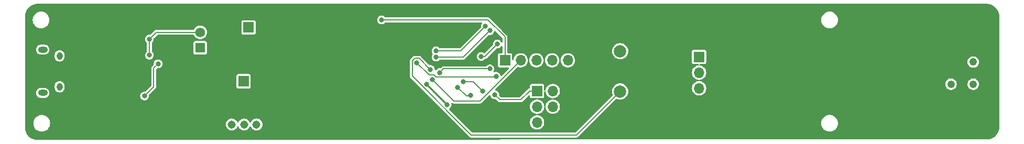
<source format=gbr>
%TF.GenerationSoftware,KiCad,Pcbnew,7.0.5*%
%TF.CreationDate,2024-05-20T19:12:35+03:00*%
%TF.ProjectId,Tempuino,54656d70-7569-46e6-9f2e-6b696361645f,rev?*%
%TF.SameCoordinates,Original*%
%TF.FileFunction,Copper,L2,Bot*%
%TF.FilePolarity,Positive*%
%FSLAX46Y46*%
G04 Gerber Fmt 4.6, Leading zero omitted, Abs format (unit mm)*
G04 Created by KiCad (PCBNEW 7.0.5) date 2024-05-20 19:12:35*
%MOMM*%
%LPD*%
G01*
G04 APERTURE LIST*
%TA.AperFunction,ComponentPad*%
%ADD10C,1.244600*%
%TD*%
%TA.AperFunction,ComponentPad*%
%ADD11C,1.508000*%
%TD*%
%TA.AperFunction,ComponentPad*%
%ADD12C,1.308000*%
%TD*%
%TA.AperFunction,ComponentPad*%
%ADD13C,2.000000*%
%TD*%
%TA.AperFunction,ComponentPad*%
%ADD14R,1.700000X1.700000*%
%TD*%
%TA.AperFunction,ComponentPad*%
%ADD15O,1.700000X1.700000*%
%TD*%
%TA.AperFunction,ComponentPad*%
%ADD16C,1.575000*%
%TD*%
%TA.AperFunction,ComponentPad*%
%ADD17R,1.575000X1.575000*%
%TD*%
%TA.AperFunction,ComponentPad*%
%ADD18O,1.550000X1.000000*%
%TD*%
%TA.AperFunction,ComponentPad*%
%ADD19O,0.950000X1.250000*%
%TD*%
%TA.AperFunction,ViaPad*%
%ADD20C,0.800000*%
%TD*%
%TA.AperFunction,Conductor*%
%ADD21C,0.200000*%
%TD*%
%TA.AperFunction,Conductor*%
%ADD22C,0.300000*%
%TD*%
G04 APERTURE END LIST*
D10*
%TO.P,U1,1,SCL/VZ*%
%TO.N,/I2C_SCL*%
X210300000Y-84300000D03*
%TO.P,U1,2,SDA/PWM*%
%TO.N,/I2C_SDA*%
X210300000Y-87892103D03*
%TO.P,U1,3,VDD*%
%TO.N,/5V*%
X206707897Y-87892103D03*
%TO.P,U1,4,VSS*%
%TO.N,GND*%
X206707897Y-84300000D03*
%TD*%
D11*
%TO.P,U4,GND*%
%TO.N,GND*%
X88500000Y-94400000D03*
%TO.P,U4,GND1*%
X96500000Y-94400000D03*
D12*
%TO.P,U4,1*%
%TO.N,unconnected-(U4-Pad1)*%
X90500000Y-94400000D03*
%TO.P,U4,2*%
%TO.N,Net-(J6-BAT)*%
X92500000Y-94400000D03*
%TO.P,U4,3*%
%TO.N,/BAT_OUT*%
X94500000Y-94400000D03*
%TD*%
D13*
%TO.P,SW1,1,A*%
%TO.N,Net-(SW1-A)*%
X153250000Y-82550000D03*
X153250000Y-89050000D03*
%TO.P,SW1,2,B*%
%TO.N,GND*%
X157750000Y-82550000D03*
X157750000Y-89050000D03*
%TD*%
D14*
%TO.P,J9,1,Pin_1*%
%TO.N,/5V*%
X93200000Y-78700000D03*
%TD*%
%TO.P,J8,1,Pin_1*%
%TO.N,/BAT_OUT*%
X92400000Y-87400000D03*
%TD*%
%TO.P,J5,1,Pin_1*%
%TO.N,GND*%
X64300000Y-92900000D03*
%TD*%
D15*
%TO.P,J2,4,Pin_4*%
%TO.N,GND*%
X166000000Y-91080000D03*
%TO.P,J2,3,Pin_3*%
%TO.N,/5V*%
X166000000Y-88540000D03*
%TO.P,J2,2,Pin_2*%
%TO.N,/I2C_SCL*%
X166000000Y-86000000D03*
D14*
%TO.P,J2,1,Pin_1*%
%TO.N,/I2C_SDA*%
X166000000Y-83460000D03*
%TD*%
%TO.P,J3,1,Pin_1*%
%TO.N,/MISO_PB4*%
X139825000Y-88975000D03*
D15*
%TO.P,J3,2,Pin_2*%
%TO.N,/5V*%
X142365000Y-88975000D03*
%TO.P,J3,3,Pin_3*%
%TO.N,/SCK_PB5*%
X139825000Y-91515000D03*
%TO.P,J3,4,Pin_4*%
%TO.N,/MOSI_PB3*%
X142365000Y-91515000D03*
%TO.P,J3,5,Pin_5*%
%TO.N,/PROG_SS*%
X139825000Y-94055000D03*
%TO.P,J3,6,Pin_6*%
%TO.N,GND*%
X142365000Y-94055000D03*
%TD*%
D16*
%TO.P,J7,2,2*%
%TO.N,Net-(IC1-GND)*%
X85400000Y-79500000D03*
D17*
%TO.P,J7,1,1*%
%TO.N,Net-(J6-BAT)*%
X85400000Y-82000000D03*
%TD*%
D18*
%TO.P,J4,SH*%
%TO.N,unconnected-(J4-PadSH)*%
X59975000Y-89300000D03*
X59975000Y-82300000D03*
D19*
X62675000Y-83300000D03*
X62675000Y-88300000D03*
%TD*%
D14*
%TO.P,J1,1,Pin_1*%
%TO.N,/DTR*%
X134640000Y-84025000D03*
D15*
%TO.P,J1,2,Pin_2*%
%TO.N,/TX*%
X137180000Y-84025000D03*
%TO.P,J1,3,Pin_3*%
%TO.N,/RX*%
X139720000Y-84025000D03*
%TO.P,J1,4,Pin_4*%
%TO.N,/5V*%
X142260000Y-84025000D03*
%TO.P,J1,5,Pin_5*%
%TO.N,unconnected-(J1-Pin_5-Pad5)*%
X144800000Y-84025000D03*
%TO.P,J1,6,Pin_6*%
%TO.N,GND*%
X147340000Y-84025000D03*
%TD*%
D20*
%TO.N,GND*%
X151900000Y-94400000D03*
X129900000Y-94000000D03*
X144500000Y-76600000D03*
X140700000Y-76700000D03*
X137900000Y-76600000D03*
X134900000Y-76800000D03*
X109700000Y-94100000D03*
X112500000Y-93700000D03*
X110800000Y-91000000D03*
X110800000Y-81000000D03*
X161400000Y-94600000D03*
X161500000Y-90300000D03*
X161400000Y-86200000D03*
X161400000Y-82700000D03*
X161400000Y-79900000D03*
X160900000Y-76100000D03*
X86100000Y-94700000D03*
X86800000Y-88900000D03*
X89000000Y-85900000D03*
X89600000Y-81900000D03*
X89800000Y-78800000D03*
X90400000Y-75700000D03*
X129400000Y-84400000D03*
X62100000Y-90200000D03*
X64400000Y-88700000D03*
X65300000Y-87200000D03*
X61000000Y-87100000D03*
X61000000Y-84700000D03*
X64400000Y-85800000D03*
X95500000Y-81800000D03*
X95100000Y-83700000D03*
X94500000Y-86800000D03*
X107300000Y-80100000D03*
X107000000Y-84700000D03*
X115700000Y-84300000D03*
X131700000Y-81200000D03*
X122300000Y-81400000D03*
X124500000Y-78400000D03*
X128900000Y-92400000D03*
X126400000Y-94700000D03*
X123400000Y-95000000D03*
X108300000Y-87200000D03*
X70900000Y-86500000D03*
X69000000Y-86500000D03*
X70400000Y-91400000D03*
X81800000Y-92500000D03*
X79500000Y-89300000D03*
X73700000Y-87700000D03*
X71200000Y-94900000D03*
%TO.N,Net-(SW1-A)*%
X122600000Y-85500000D03*
%TO.N,/I2C_SCL*%
X132206755Y-79206755D03*
X123500000Y-83499503D03*
%TO.N,/I2C_SDA*%
X131500000Y-78500000D03*
X123500000Y-82500000D03*
%TO.N,/SCK_PB5*%
X130800000Y-83400000D03*
X133400000Y-81400000D03*
%TO.N,/MISO_PB4*%
X131000000Y-89000000D03*
X127900000Y-87500000D03*
X133000000Y-89600000D03*
%TO.N,/MOSI_PB3*%
X127000000Y-88400000D03*
X129100000Y-89700000D03*
%TO.N,/PROG_SS*%
X124100000Y-86000000D03*
X132200000Y-85400000D03*
%TO.N,/RX*%
X133200000Y-86600000D03*
X120400000Y-84400000D03*
%TO.N,/TX*%
X122900000Y-87100000D03*
%TO.N,/DTR*%
X114700000Y-77500000D03*
%TO.N,/5V*%
X125300000Y-91200000D03*
X122000000Y-87900000D03*
%TO.N,Net-(IC1-OD)*%
X78600000Y-84600000D03*
X76400000Y-89800000D03*
%TO.N,Net-(IC1-GND)*%
X77200000Y-83200000D03*
X77200000Y-80600000D03*
%TD*%
D21*
%TO.N,/RX*%
X133100000Y-86700000D02*
X133200000Y-86600000D01*
X123189950Y-86400000D02*
X123489950Y-86700000D01*
X122400000Y-86400000D02*
X123189950Y-86400000D01*
X123489950Y-86700000D02*
X133100000Y-86700000D01*
X120400000Y-84400000D02*
X122400000Y-86400000D01*
%TO.N,/PROG_SS*%
X124100000Y-86000000D02*
X124700000Y-85400000D01*
X124700000Y-85400000D02*
X132200000Y-85400000D01*
%TO.N,Net-(SW1-A)*%
X129210050Y-96100000D02*
X146200000Y-96100000D01*
X146200000Y-96100000D02*
X153250000Y-89050000D01*
X119700000Y-84110050D02*
X119700000Y-86589950D01*
X119700000Y-86589950D02*
X129210050Y-96100000D01*
X120110050Y-83700000D02*
X119700000Y-84110050D01*
X122600000Y-85500000D02*
X120800000Y-83700000D01*
X120800000Y-83700000D02*
X120110050Y-83700000D01*
%TO.N,/I2C_SCL*%
X127914007Y-83499503D02*
X132206755Y-79206755D01*
X123500000Y-83499503D02*
X127914007Y-83499503D01*
%TO.N,/I2C_SDA*%
X123500000Y-82500000D02*
X127500000Y-82500000D01*
X127500000Y-82500000D02*
X131500000Y-78500000D01*
%TO.N,/SCK_PB5*%
X131400000Y-83400000D02*
X130800000Y-83400000D01*
X133400000Y-81400000D02*
X131400000Y-83400000D01*
%TO.N,/MISO_PB4*%
X138625000Y-88975000D02*
X139825000Y-88975000D01*
X133800000Y-90400000D02*
X137200000Y-90400000D01*
X133000000Y-89600000D02*
X133800000Y-90400000D01*
X137200000Y-90400000D02*
X138625000Y-88975000D01*
%TO.N,/DTR*%
X131900000Y-77500000D02*
X134640000Y-80240000D01*
X114700000Y-77500000D02*
X131900000Y-77500000D01*
X134640000Y-80240000D02*
X134640000Y-84025000D01*
%TO.N,/MISO_PB4*%
X129500000Y-87500000D02*
X131000000Y-89000000D01*
X127900000Y-87500000D02*
X129500000Y-87500000D01*
%TO.N,/MOSI_PB3*%
X129000000Y-89800000D02*
X129100000Y-89700000D01*
X128400000Y-89800000D02*
X129000000Y-89800000D01*
X127000000Y-88400000D02*
X128400000Y-89800000D01*
%TO.N,/TX*%
X126400000Y-90600000D02*
X130605000Y-90600000D01*
X122900000Y-87100000D02*
X126400000Y-90600000D01*
X130605000Y-90600000D02*
X137180000Y-84025000D01*
D22*
%TO.N,/5V*%
X122000000Y-87900000D02*
X125300000Y-91200000D01*
D21*
%TO.N,Net-(IC1-GND)*%
X77200000Y-80600000D02*
X77200000Y-83200000D01*
X78300000Y-79500000D02*
X85500000Y-79500000D01*
X77200000Y-80600000D02*
X78300000Y-79500000D01*
%TO.N,Net-(IC1-OD)*%
X77900000Y-85300000D02*
X78600000Y-84600000D01*
X77900000Y-88300000D02*
X77900000Y-85300000D01*
X76400000Y-89800000D02*
X77900000Y-88300000D01*
%TD*%
%TA.AperFunction,Conductor*%
%TO.N,GND*%
G36*
X212502019Y-74900633D02*
G01*
X212540149Y-74903131D01*
X212583793Y-74905992D01*
X212765459Y-74918985D01*
X212773102Y-74920015D01*
X212889451Y-74943158D01*
X213033666Y-74974531D01*
X213040383Y-74976395D01*
X213158618Y-75016531D01*
X213160224Y-75017103D01*
X213291740Y-75066156D01*
X213297483Y-75068635D01*
X213411830Y-75125024D01*
X213414042Y-75126173D01*
X213534913Y-75192173D01*
X213539641Y-75195037D01*
X213646649Y-75266537D01*
X213649358Y-75268454D01*
X213758652Y-75350271D01*
X213762345Y-75353265D01*
X213859502Y-75438469D01*
X213862448Y-75441228D01*
X213958769Y-75537549D01*
X213961526Y-75540492D01*
X214046729Y-75637648D01*
X214049732Y-75641353D01*
X214101564Y-75710592D01*
X214131543Y-75750639D01*
X214133461Y-75753349D01*
X214204961Y-75860357D01*
X214207828Y-75865091D01*
X214273802Y-75985912D01*
X214274992Y-75988204D01*
X214331356Y-76102499D01*
X214333842Y-76108258D01*
X214382878Y-76239727D01*
X214383497Y-76241465D01*
X214423597Y-76359596D01*
X214425472Y-76366352D01*
X214456848Y-76510590D01*
X214479980Y-76626880D01*
X214481015Y-76634560D01*
X214494021Y-76816413D01*
X214499367Y-76897966D01*
X214499500Y-76902023D01*
X214499500Y-94797976D01*
X214499367Y-94802033D01*
X214494021Y-94883585D01*
X214481015Y-95065438D01*
X214479980Y-95073118D01*
X214456848Y-95189408D01*
X214425472Y-95333646D01*
X214423597Y-95340402D01*
X214383497Y-95458533D01*
X214382878Y-95460271D01*
X214333842Y-95591740D01*
X214331356Y-95597499D01*
X214274992Y-95711794D01*
X214273802Y-95714086D01*
X214207828Y-95834907D01*
X214204961Y-95839641D01*
X214133461Y-95946649D01*
X214131543Y-95949359D01*
X214049744Y-96058631D01*
X214046723Y-96062357D01*
X213961529Y-96159502D01*
X213958755Y-96162464D01*
X213862464Y-96258755D01*
X213859502Y-96261529D01*
X213762357Y-96346723D01*
X213758631Y-96349744D01*
X213649359Y-96431543D01*
X213646649Y-96433461D01*
X213539641Y-96504961D01*
X213534907Y-96507828D01*
X213414086Y-96573802D01*
X213411794Y-96574992D01*
X213297499Y-96631356D01*
X213291740Y-96633842D01*
X213160271Y-96682878D01*
X213158533Y-96683497D01*
X213040402Y-96723597D01*
X213033646Y-96725472D01*
X212889408Y-96756848D01*
X212773118Y-96779980D01*
X212765438Y-96781015D01*
X212583584Y-96794021D01*
X212522186Y-96798045D01*
X212502010Y-96799368D01*
X212498001Y-96799500D01*
X207431687Y-96802803D01*
X59102042Y-96899497D01*
X59097962Y-96899365D01*
X59066839Y-96897325D01*
X59016308Y-96894013D01*
X58834560Y-96881015D01*
X58826880Y-96879980D01*
X58710590Y-96856848D01*
X58566352Y-96825472D01*
X58559596Y-96823597D01*
X58441465Y-96783497D01*
X58439727Y-96782878D01*
X58308258Y-96733842D01*
X58302499Y-96731356D01*
X58188204Y-96674992D01*
X58185912Y-96673802D01*
X58065091Y-96607828D01*
X58060357Y-96604961D01*
X57953349Y-96533461D01*
X57950639Y-96531543D01*
X57875894Y-96475590D01*
X57841353Y-96449732D01*
X57837648Y-96446729D01*
X57740492Y-96361526D01*
X57737549Y-96358769D01*
X57641228Y-96262448D01*
X57638469Y-96259502D01*
X57605450Y-96221851D01*
X57553265Y-96162345D01*
X57550271Y-96158652D01*
X57468454Y-96049358D01*
X57466537Y-96046649D01*
X57395037Y-95939641D01*
X57392170Y-95934907D01*
X57326173Y-95814042D01*
X57325024Y-95811830D01*
X57268635Y-95697483D01*
X57266156Y-95691740D01*
X57255504Y-95663181D01*
X57217103Y-95560224D01*
X57216531Y-95558618D01*
X57176395Y-95440383D01*
X57174531Y-95433666D01*
X57143158Y-95289451D01*
X57120015Y-95173102D01*
X57118985Y-95165459D01*
X57105983Y-94983655D01*
X57105550Y-94977052D01*
X57100631Y-94902008D01*
X57100500Y-94897993D01*
X57100500Y-94200000D01*
X58444341Y-94200000D01*
X58464936Y-94435403D01*
X58464938Y-94435413D01*
X58526094Y-94663655D01*
X58526096Y-94663659D01*
X58526097Y-94663663D01*
X58571797Y-94761667D01*
X58625964Y-94877828D01*
X58625965Y-94877830D01*
X58761505Y-95071402D01*
X58928597Y-95238494D01*
X59122169Y-95374034D01*
X59122171Y-95374035D01*
X59336337Y-95473903D01*
X59564592Y-95535063D01*
X59741032Y-95550499D01*
X59741033Y-95550500D01*
X59741034Y-95550500D01*
X59858967Y-95550500D01*
X59858967Y-95550499D01*
X60035408Y-95535063D01*
X60263663Y-95473903D01*
X60477829Y-95374035D01*
X60671401Y-95238495D01*
X60838495Y-95071401D01*
X60974035Y-94877830D01*
X61073903Y-94663663D01*
X61135063Y-94435408D01*
X61138161Y-94400000D01*
X89540882Y-94400000D01*
X89559310Y-94587115D01*
X89559311Y-94587117D01*
X89613891Y-94767040D01*
X89702518Y-94932851D01*
X89702523Y-94932857D01*
X89821800Y-95078199D01*
X89967142Y-95197476D01*
X89967148Y-95197481D01*
X90132959Y-95286108D01*
X90132961Y-95286109D01*
X90236472Y-95317509D01*
X90312882Y-95340688D01*
X90312884Y-95340689D01*
X90329660Y-95342341D01*
X90500000Y-95359118D01*
X90687115Y-95340689D01*
X90867039Y-95286109D01*
X90956120Y-95238494D01*
X91032851Y-95197481D01*
X91032853Y-95197478D01*
X91032857Y-95197477D01*
X91178199Y-95078199D01*
X91297477Y-94932857D01*
X91297478Y-94932853D01*
X91297481Y-94932851D01*
X91388981Y-94761667D01*
X91390444Y-94762449D01*
X91429271Y-94714259D01*
X91495563Y-94692188D01*
X91563264Y-94709462D01*
X91610879Y-94760595D01*
X91613420Y-94766159D01*
X91702518Y-94932851D01*
X91702523Y-94932857D01*
X91821800Y-95078199D01*
X91967142Y-95197476D01*
X91967148Y-95197481D01*
X92132959Y-95286108D01*
X92132961Y-95286109D01*
X92236472Y-95317509D01*
X92312882Y-95340688D01*
X92312884Y-95340689D01*
X92329660Y-95342341D01*
X92500000Y-95359118D01*
X92687115Y-95340689D01*
X92867039Y-95286109D01*
X92956120Y-95238494D01*
X93032851Y-95197481D01*
X93032853Y-95197478D01*
X93032857Y-95197477D01*
X93178199Y-95078199D01*
X93297477Y-94932857D01*
X93297478Y-94932853D01*
X93297481Y-94932851D01*
X93388981Y-94761667D01*
X93390444Y-94762449D01*
X93429271Y-94714259D01*
X93495563Y-94692188D01*
X93563264Y-94709462D01*
X93610879Y-94760595D01*
X93613420Y-94766159D01*
X93702518Y-94932851D01*
X93702523Y-94932857D01*
X93821800Y-95078199D01*
X93967142Y-95197476D01*
X93967148Y-95197481D01*
X94132959Y-95286108D01*
X94132961Y-95286109D01*
X94236472Y-95317509D01*
X94312882Y-95340688D01*
X94312884Y-95340689D01*
X94329660Y-95342341D01*
X94500000Y-95359118D01*
X94687115Y-95340689D01*
X94867039Y-95286109D01*
X94956120Y-95238494D01*
X95032851Y-95197481D01*
X95032853Y-95197478D01*
X95032857Y-95197477D01*
X95178199Y-95078199D01*
X95297477Y-94932857D01*
X95297478Y-94932853D01*
X95297481Y-94932851D01*
X95386108Y-94767040D01*
X95386109Y-94767039D01*
X95440689Y-94587115D01*
X95459118Y-94400000D01*
X95440689Y-94212885D01*
X95386109Y-94032961D01*
X95386108Y-94032959D01*
X95297481Y-93867148D01*
X95297476Y-93867142D01*
X95178199Y-93721800D01*
X95032857Y-93602523D01*
X95032851Y-93602518D01*
X94867040Y-93513891D01*
X94687117Y-93459311D01*
X94687115Y-93459310D01*
X94500000Y-93440882D01*
X94312884Y-93459310D01*
X94312882Y-93459311D01*
X94132959Y-93513891D01*
X93967148Y-93602518D01*
X93967142Y-93602523D01*
X93821800Y-93721800D01*
X93702523Y-93867142D01*
X93702518Y-93867148D01*
X93611019Y-94038333D01*
X93609557Y-94037551D01*
X93570720Y-94085746D01*
X93504426Y-94107811D01*
X93436726Y-94090532D01*
X93389116Y-94039394D01*
X93386579Y-94033839D01*
X93297481Y-93867148D01*
X93297476Y-93867142D01*
X93178199Y-93721800D01*
X93032857Y-93602523D01*
X93032851Y-93602518D01*
X92867040Y-93513891D01*
X92687117Y-93459311D01*
X92687115Y-93459310D01*
X92500000Y-93440882D01*
X92312884Y-93459310D01*
X92312882Y-93459311D01*
X92132959Y-93513891D01*
X91967148Y-93602518D01*
X91967142Y-93602523D01*
X91821800Y-93721800D01*
X91702523Y-93867142D01*
X91702518Y-93867148D01*
X91611019Y-94038333D01*
X91609557Y-94037551D01*
X91570720Y-94085746D01*
X91504426Y-94107811D01*
X91436726Y-94090532D01*
X91389116Y-94039394D01*
X91386579Y-94033839D01*
X91297481Y-93867148D01*
X91297476Y-93867142D01*
X91178199Y-93721800D01*
X91032857Y-93602523D01*
X91032851Y-93602518D01*
X90867040Y-93513891D01*
X90687117Y-93459311D01*
X90687115Y-93459310D01*
X90500000Y-93440882D01*
X90312884Y-93459310D01*
X90312882Y-93459311D01*
X90132959Y-93513891D01*
X89967148Y-93602518D01*
X89967142Y-93602523D01*
X89821800Y-93721800D01*
X89702523Y-93867142D01*
X89702518Y-93867148D01*
X89613891Y-94032959D01*
X89559311Y-94212882D01*
X89559310Y-94212884D01*
X89540882Y-94400000D01*
X61138161Y-94400000D01*
X61155659Y-94200000D01*
X61135063Y-93964592D01*
X61073903Y-93736337D01*
X60974035Y-93522171D01*
X60974034Y-93522169D01*
X60838494Y-93328597D01*
X60671402Y-93161505D01*
X60477830Y-93025965D01*
X60477828Y-93025964D01*
X60370745Y-92976031D01*
X60263663Y-92926097D01*
X60263659Y-92926096D01*
X60263655Y-92926094D01*
X60035413Y-92864938D01*
X60035403Y-92864936D01*
X59858967Y-92849500D01*
X59858966Y-92849500D01*
X59741034Y-92849500D01*
X59741033Y-92849500D01*
X59564596Y-92864936D01*
X59564586Y-92864938D01*
X59336344Y-92926094D01*
X59336335Y-92926098D01*
X59122171Y-93025964D01*
X59122169Y-93025965D01*
X58928597Y-93161505D01*
X58761506Y-93328597D01*
X58761501Y-93328604D01*
X58625967Y-93522165D01*
X58625965Y-93522169D01*
X58526098Y-93736335D01*
X58526094Y-93736344D01*
X58464938Y-93964586D01*
X58464936Y-93964596D01*
X58444341Y-94199999D01*
X58444341Y-94200000D01*
X57100500Y-94200000D01*
X57100500Y-89300003D01*
X58894435Y-89300003D01*
X58914630Y-89479249D01*
X58914631Y-89479254D01*
X58974211Y-89649523D01*
X59033049Y-89743162D01*
X59070184Y-89802262D01*
X59197738Y-89929816D01*
X59277311Y-89979815D01*
X59305876Y-89997764D01*
X59350478Y-90025789D01*
X59497419Y-90077206D01*
X59520745Y-90085368D01*
X59520750Y-90085369D01*
X59611246Y-90095565D01*
X59655040Y-90100499D01*
X59655043Y-90100500D01*
X59655046Y-90100500D01*
X60294957Y-90100500D01*
X60294958Y-90100499D01*
X60362104Y-90092934D01*
X60429249Y-90085369D01*
X60429252Y-90085368D01*
X60429255Y-90085368D01*
X60599522Y-90025789D01*
X60752262Y-89929816D01*
X60879816Y-89802262D01*
X60881238Y-89799999D01*
X75694355Y-89799999D01*
X75714859Y-89968869D01*
X75714860Y-89968874D01*
X75775182Y-90127931D01*
X75828449Y-90205100D01*
X75871817Y-90267929D01*
X75975905Y-90360143D01*
X75999150Y-90380736D01*
X76149773Y-90459789D01*
X76149775Y-90459790D01*
X76314944Y-90500500D01*
X76485056Y-90500500D01*
X76650225Y-90459790D01*
X76757133Y-90403680D01*
X76800849Y-90380736D01*
X76800850Y-90380734D01*
X76800852Y-90380734D01*
X76928183Y-90267929D01*
X77024818Y-90127930D01*
X77085140Y-89968872D01*
X77105645Y-89800000D01*
X77097844Y-89735758D01*
X77109304Y-89666837D01*
X77133256Y-89633135D01*
X78205483Y-88560909D01*
X78228050Y-88538342D01*
X78238109Y-88518597D01*
X78248271Y-88502014D01*
X78261296Y-88484090D01*
X78268140Y-88463022D01*
X78275586Y-88445045D01*
X78285646Y-88425304D01*
X78289112Y-88403415D01*
X78293652Y-88384501D01*
X78300499Y-88363433D01*
X78300499Y-88334076D01*
X78300500Y-88334051D01*
X78300500Y-88294856D01*
X91249500Y-88294856D01*
X91249502Y-88294882D01*
X91252413Y-88319987D01*
X91252415Y-88319991D01*
X91297793Y-88422764D01*
X91297794Y-88422765D01*
X91377235Y-88502206D01*
X91480009Y-88547585D01*
X91505135Y-88550500D01*
X93294864Y-88550499D01*
X93294879Y-88550497D01*
X93294882Y-88550497D01*
X93319987Y-88547586D01*
X93319988Y-88547585D01*
X93319991Y-88547585D01*
X93422765Y-88502206D01*
X93502206Y-88422765D01*
X93547585Y-88319991D01*
X93550500Y-88294865D01*
X93550499Y-86505136D01*
X93550497Y-86505117D01*
X93547586Y-86480012D01*
X93547585Y-86480010D01*
X93547585Y-86480009D01*
X93502206Y-86377235D01*
X93422765Y-86297794D01*
X93422764Y-86297793D01*
X93319992Y-86252415D01*
X93294865Y-86249500D01*
X91505143Y-86249500D01*
X91505117Y-86249502D01*
X91480012Y-86252413D01*
X91480008Y-86252415D01*
X91377235Y-86297793D01*
X91297794Y-86377234D01*
X91252415Y-86480006D01*
X91252415Y-86480008D01*
X91249500Y-86505131D01*
X91249500Y-88294856D01*
X78300500Y-88294856D01*
X78300500Y-85517253D01*
X78320185Y-85450214D01*
X78336815Y-85429576D01*
X78429572Y-85336818D01*
X78490895Y-85303334D01*
X78517253Y-85300500D01*
X78685056Y-85300500D01*
X78850225Y-85259790D01*
X78952303Y-85206215D01*
X79000849Y-85180736D01*
X79000850Y-85180734D01*
X79000852Y-85180734D01*
X79128183Y-85067929D01*
X79224818Y-84927930D01*
X79285140Y-84768872D01*
X79305645Y-84600000D01*
X79285140Y-84431128D01*
X79224818Y-84272070D01*
X79128183Y-84132071D01*
X79007934Y-84025540D01*
X79000849Y-84019263D01*
X78850226Y-83940210D01*
X78685056Y-83899500D01*
X78514944Y-83899500D01*
X78349773Y-83940210D01*
X78199150Y-84019263D01*
X78071816Y-84132072D01*
X77975182Y-84272068D01*
X77914860Y-84431125D01*
X77914859Y-84431130D01*
X77894355Y-84600000D01*
X77894354Y-84600001D01*
X77902154Y-84664240D01*
X77890693Y-84733164D01*
X77866740Y-84766866D01*
X77594516Y-85039091D01*
X77594513Y-85039093D01*
X77594513Y-85039094D01*
X77583231Y-85050376D01*
X77571948Y-85061659D01*
X77571948Y-85061660D01*
X77561891Y-85081397D01*
X77551731Y-85097977D01*
X77538706Y-85115905D01*
X77538703Y-85115910D01*
X77531854Y-85136988D01*
X77524413Y-85154952D01*
X77514354Y-85174696D01*
X77514352Y-85174699D01*
X77510886Y-85196582D01*
X77506347Y-85215490D01*
X77499499Y-85236566D01*
X77499499Y-85236567D01*
X77499497Y-85319816D01*
X77499500Y-85319844D01*
X77499500Y-88082745D01*
X77479815Y-88149784D01*
X77463181Y-88170426D01*
X76570426Y-89063181D01*
X76509103Y-89096666D01*
X76482745Y-89099500D01*
X76314944Y-89099500D01*
X76149773Y-89140210D01*
X75999150Y-89219263D01*
X75871816Y-89332072D01*
X75775182Y-89472068D01*
X75714860Y-89631125D01*
X75714859Y-89631130D01*
X75694355Y-89799999D01*
X60881238Y-89799999D01*
X60975789Y-89649522D01*
X61035368Y-89479255D01*
X61036644Y-89467929D01*
X61055565Y-89300003D01*
X61055565Y-89299996D01*
X61035369Y-89120750D01*
X61035368Y-89120745D01*
X61014039Y-89059790D01*
X60975789Y-88950478D01*
X60969343Y-88940220D01*
X60923919Y-88867927D01*
X60879816Y-88797738D01*
X60752262Y-88670184D01*
X60715287Y-88646951D01*
X60599523Y-88574211D01*
X60429254Y-88514631D01*
X60429249Y-88514630D01*
X60294960Y-88499500D01*
X60294954Y-88499500D01*
X59655046Y-88499500D01*
X59655039Y-88499500D01*
X59520750Y-88514630D01*
X59520745Y-88514631D01*
X59350476Y-88574211D01*
X59197737Y-88670184D01*
X59070184Y-88797737D01*
X58974211Y-88950476D01*
X58914631Y-89120745D01*
X58914630Y-89120750D01*
X58894435Y-89299996D01*
X58894435Y-89300003D01*
X57100500Y-89300003D01*
X57100500Y-88493558D01*
X61899500Y-88493558D01*
X61914157Y-88623648D01*
X61914159Y-88623658D01*
X61966967Y-88774572D01*
X61971878Y-88788606D01*
X62064853Y-88936576D01*
X62188424Y-89060147D01*
X62336394Y-89153122D01*
X62501343Y-89210841D01*
X62501349Y-89210841D01*
X62501351Y-89210842D01*
X62674996Y-89230407D01*
X62675000Y-89230407D01*
X62675004Y-89230407D01*
X62848648Y-89210842D01*
X62848647Y-89210842D01*
X62848657Y-89210841D01*
X63013606Y-89153122D01*
X63161576Y-89060147D01*
X63285147Y-88936576D01*
X63378122Y-88788606D01*
X63435841Y-88623657D01*
X63450500Y-88493552D01*
X63450500Y-88106448D01*
X63435841Y-87976343D01*
X63378122Y-87811394D01*
X63285147Y-87663424D01*
X63161576Y-87539853D01*
X63013606Y-87446878D01*
X63013605Y-87446877D01*
X63013604Y-87446877D01*
X62848658Y-87389159D01*
X62848648Y-87389157D01*
X62675004Y-87369593D01*
X62674996Y-87369593D01*
X62501351Y-87389157D01*
X62501341Y-87389159D01*
X62336395Y-87446877D01*
X62188423Y-87539853D01*
X62064853Y-87663423D01*
X61971877Y-87811395D01*
X61914159Y-87976341D01*
X61914157Y-87976351D01*
X61899500Y-88106441D01*
X61899500Y-88493558D01*
X57100500Y-88493558D01*
X57100500Y-83493558D01*
X61899500Y-83493558D01*
X61914157Y-83623648D01*
X61914159Y-83623658D01*
X61964716Y-83768139D01*
X61971878Y-83788606D01*
X62064853Y-83936576D01*
X62188424Y-84060147D01*
X62336394Y-84153122D01*
X62501343Y-84210841D01*
X62501349Y-84210841D01*
X62501351Y-84210842D01*
X62674996Y-84230407D01*
X62675000Y-84230407D01*
X62675004Y-84230407D01*
X62848648Y-84210842D01*
X62848647Y-84210842D01*
X62848657Y-84210841D01*
X63013606Y-84153122D01*
X63161576Y-84060147D01*
X63285147Y-83936576D01*
X63378122Y-83788606D01*
X63435841Y-83623657D01*
X63450500Y-83493552D01*
X63450500Y-83200000D01*
X76494355Y-83200000D01*
X76514859Y-83368869D01*
X76514860Y-83368874D01*
X76575182Y-83527931D01*
X76632144Y-83610453D01*
X76671817Y-83667929D01*
X76769653Y-83754604D01*
X76799150Y-83780736D01*
X76941540Y-83855468D01*
X76949775Y-83859790D01*
X77114944Y-83900500D01*
X77285056Y-83900500D01*
X77450225Y-83859790D01*
X77539966Y-83812690D01*
X77600849Y-83780736D01*
X77600850Y-83780734D01*
X77600852Y-83780734D01*
X77728183Y-83667929D01*
X77824818Y-83527930D01*
X77885140Y-83368872D01*
X77905645Y-83200000D01*
X77885140Y-83031128D01*
X77874182Y-83002235D01*
X77846718Y-82929816D01*
X77824818Y-82872070D01*
X77823734Y-82870500D01*
X77797405Y-82832356D01*
X84312000Y-82832356D01*
X84312002Y-82832382D01*
X84314913Y-82857487D01*
X84314915Y-82857491D01*
X84360293Y-82960264D01*
X84360294Y-82960265D01*
X84439735Y-83039706D01*
X84542509Y-83085085D01*
X84567635Y-83088000D01*
X86232364Y-83087999D01*
X86232379Y-83087997D01*
X86232382Y-83087997D01*
X86257487Y-83085086D01*
X86257488Y-83085085D01*
X86257491Y-83085085D01*
X86360265Y-83039706D01*
X86439706Y-82960265D01*
X86485085Y-82857491D01*
X86488000Y-82832365D01*
X86487999Y-81167636D01*
X86487997Y-81167617D01*
X86485086Y-81142512D01*
X86485085Y-81142510D01*
X86485085Y-81142509D01*
X86439706Y-81039735D01*
X86360265Y-80960294D01*
X86360263Y-80960293D01*
X86257492Y-80914915D01*
X86232365Y-80912000D01*
X84567643Y-80912000D01*
X84567617Y-80912002D01*
X84542512Y-80914913D01*
X84542508Y-80914915D01*
X84439735Y-80960293D01*
X84360294Y-81039734D01*
X84314915Y-81142506D01*
X84314915Y-81142508D01*
X84312000Y-81167631D01*
X84312000Y-82832356D01*
X77797405Y-82832356D01*
X77758983Y-82776692D01*
X77728183Y-82732071D01*
X77691418Y-82699500D01*
X77642273Y-82655961D01*
X77605146Y-82596772D01*
X77600500Y-82563146D01*
X77600500Y-81236853D01*
X77620185Y-81169814D01*
X77642268Y-81144042D01*
X77728183Y-81067929D01*
X77824818Y-80927930D01*
X77885140Y-80768872D01*
X77905645Y-80600000D01*
X77897844Y-80535758D01*
X77909304Y-80466837D01*
X77933256Y-80433135D01*
X78429573Y-79936819D01*
X78490897Y-79903334D01*
X78517255Y-79900500D01*
X84307228Y-79900500D01*
X84374267Y-79920185D01*
X84418226Y-79969226D01*
X84461390Y-80055910D01*
X84471002Y-80075214D01*
X84517337Y-80136571D01*
X84592514Y-80236121D01*
X84741525Y-80371962D01*
X84872094Y-80452807D01*
X84909268Y-80475825D01*
X84912959Y-80478110D01*
X85100979Y-80550949D01*
X85299182Y-80588000D01*
X85299184Y-80588000D01*
X85500816Y-80588000D01*
X85500818Y-80588000D01*
X85699021Y-80550949D01*
X85887041Y-80478110D01*
X86058475Y-80371962D01*
X86207486Y-80236121D01*
X86328999Y-80075212D01*
X86418876Y-79894715D01*
X86474056Y-79700776D01*
X86483871Y-79594856D01*
X92049500Y-79594856D01*
X92049502Y-79594882D01*
X92052413Y-79619987D01*
X92052415Y-79619991D01*
X92097793Y-79722764D01*
X92097794Y-79722765D01*
X92177235Y-79802206D01*
X92280009Y-79847585D01*
X92305135Y-79850500D01*
X94094864Y-79850499D01*
X94094879Y-79850497D01*
X94094882Y-79850497D01*
X94119987Y-79847586D01*
X94119988Y-79847585D01*
X94119991Y-79847585D01*
X94222765Y-79802206D01*
X94302206Y-79722765D01*
X94347585Y-79619991D01*
X94350500Y-79594865D01*
X94350499Y-77805136D01*
X94350497Y-77805117D01*
X94347586Y-77780012D01*
X94347585Y-77780010D01*
X94347585Y-77780009D01*
X94302206Y-77677235D01*
X94222765Y-77597794D01*
X94222764Y-77597793D01*
X94119992Y-77552415D01*
X94094865Y-77549500D01*
X92305143Y-77549500D01*
X92305117Y-77549502D01*
X92280012Y-77552413D01*
X92280008Y-77552415D01*
X92177235Y-77597793D01*
X92097794Y-77677234D01*
X92052415Y-77780006D01*
X92052415Y-77780008D01*
X92049500Y-77805131D01*
X92049500Y-79594856D01*
X86483871Y-79594856D01*
X86492661Y-79500000D01*
X86474056Y-79299224D01*
X86418876Y-79105285D01*
X86328999Y-78924788D01*
X86207486Y-78763879D01*
X86058475Y-78628038D01*
X85993190Y-78587615D01*
X85887042Y-78521890D01*
X85887040Y-78521889D01*
X85749561Y-78468630D01*
X85699021Y-78449051D01*
X85500818Y-78412000D01*
X85299182Y-78412000D01*
X85100979Y-78449051D01*
X85100976Y-78449051D01*
X85100976Y-78449052D01*
X84912959Y-78521889D01*
X84912957Y-78521890D01*
X84741523Y-78628039D01*
X84592515Y-78763877D01*
X84471002Y-78924785D01*
X84471001Y-78924788D01*
X84418226Y-79030773D01*
X84370726Y-79082008D01*
X84307228Y-79099500D01*
X78236567Y-79099500D01*
X78215491Y-79106347D01*
X78196582Y-79110887D01*
X78174695Y-79114354D01*
X78154952Y-79124413D01*
X78136988Y-79131854D01*
X78115910Y-79138703D01*
X78115905Y-79138706D01*
X78097977Y-79151731D01*
X78081397Y-79161891D01*
X78061660Y-79171948D01*
X78061659Y-79171948D01*
X78050376Y-79183231D01*
X78039094Y-79194513D01*
X78039093Y-79194513D01*
X78039091Y-79194516D01*
X77370425Y-79863181D01*
X77309102Y-79896666D01*
X77282744Y-79899500D01*
X77114944Y-79899500D01*
X76949773Y-79940210D01*
X76799150Y-80019263D01*
X76671816Y-80132072D01*
X76575182Y-80272068D01*
X76514860Y-80431125D01*
X76514859Y-80431130D01*
X76494355Y-80600000D01*
X76514859Y-80768869D01*
X76514860Y-80768874D01*
X76575182Y-80927931D01*
X76597521Y-80960294D01*
X76671817Y-81067929D01*
X76757728Y-81144040D01*
X76794853Y-81203226D01*
X76799500Y-81236853D01*
X76799500Y-82563146D01*
X76779815Y-82630185D01*
X76757727Y-82655961D01*
X76671818Y-82732069D01*
X76575182Y-82872068D01*
X76514860Y-83031125D01*
X76514859Y-83031130D01*
X76494355Y-83200000D01*
X63450500Y-83200000D01*
X63450500Y-83106448D01*
X63435841Y-82976343D01*
X63378122Y-82811394D01*
X63285147Y-82663424D01*
X63161576Y-82539853D01*
X63013606Y-82446878D01*
X63013605Y-82446877D01*
X63013604Y-82446877D01*
X62848658Y-82389159D01*
X62848648Y-82389157D01*
X62675004Y-82369593D01*
X62674996Y-82369593D01*
X62501351Y-82389157D01*
X62501341Y-82389159D01*
X62336395Y-82446877D01*
X62188423Y-82539853D01*
X62064853Y-82663423D01*
X61971877Y-82811395D01*
X61914159Y-82976341D01*
X61914157Y-82976351D01*
X61899500Y-83106441D01*
X61899500Y-83493558D01*
X57100500Y-83493558D01*
X57100500Y-82300003D01*
X58894435Y-82300003D01*
X58914630Y-82479249D01*
X58914631Y-82479254D01*
X58974211Y-82649523D01*
X59054117Y-82776692D01*
X59070184Y-82802262D01*
X59197738Y-82929816D01*
X59271782Y-82976341D01*
X59303858Y-82996496D01*
X59350478Y-83025789D01*
X59519933Y-83085084D01*
X59520745Y-83085368D01*
X59520750Y-83085369D01*
X59611246Y-83095565D01*
X59655040Y-83100499D01*
X59655043Y-83100500D01*
X59655046Y-83100500D01*
X60294957Y-83100500D01*
X60294958Y-83100499D01*
X60362104Y-83092934D01*
X60429249Y-83085369D01*
X60429252Y-83085368D01*
X60429255Y-83085368D01*
X60599522Y-83025789D01*
X60752262Y-82929816D01*
X60879816Y-82802262D01*
X60975789Y-82649522D01*
X61035368Y-82479255D01*
X61039016Y-82446877D01*
X61055565Y-82300003D01*
X61055565Y-82299996D01*
X61035369Y-82120750D01*
X61035368Y-82120745D01*
X61014039Y-82059790D01*
X60975789Y-81950478D01*
X60879816Y-81797738D01*
X60752262Y-81670184D01*
X60752262Y-81670183D01*
X60599523Y-81574211D01*
X60429254Y-81514631D01*
X60429249Y-81514630D01*
X60294960Y-81499500D01*
X60294954Y-81499500D01*
X59655046Y-81499500D01*
X59655039Y-81499500D01*
X59520750Y-81514630D01*
X59520745Y-81514631D01*
X59350476Y-81574211D01*
X59197737Y-81670184D01*
X59070184Y-81797737D01*
X58974211Y-81950476D01*
X58914631Y-82120745D01*
X58914630Y-82120750D01*
X58894435Y-82299996D01*
X58894435Y-82300003D01*
X57100500Y-82300003D01*
X57100500Y-77500000D01*
X58344341Y-77500000D01*
X58364936Y-77735403D01*
X58364938Y-77735413D01*
X58426094Y-77963655D01*
X58426096Y-77963659D01*
X58426097Y-77963663D01*
X58462695Y-78042147D01*
X58525964Y-78177828D01*
X58525965Y-78177830D01*
X58661505Y-78371402D01*
X58828597Y-78538494D01*
X59022169Y-78674034D01*
X59022171Y-78674035D01*
X59236337Y-78773903D01*
X59464592Y-78835063D01*
X59641032Y-78850499D01*
X59641033Y-78850500D01*
X59641034Y-78850500D01*
X59758967Y-78850500D01*
X59758967Y-78850499D01*
X59935408Y-78835063D01*
X60163663Y-78773903D01*
X60377829Y-78674035D01*
X60571401Y-78538495D01*
X60738495Y-78371401D01*
X60874035Y-78177830D01*
X60973903Y-77963663D01*
X61035063Y-77735408D01*
X61055659Y-77500000D01*
X61055659Y-77499999D01*
X113994355Y-77499999D01*
X114014859Y-77668869D01*
X114014860Y-77668874D01*
X114075182Y-77827931D01*
X114137475Y-77918177D01*
X114171817Y-77967929D01*
X114244219Y-78032071D01*
X114299150Y-78080736D01*
X114449773Y-78159789D01*
X114449775Y-78159790D01*
X114614944Y-78200500D01*
X114785056Y-78200500D01*
X114950225Y-78159790D01*
X115029692Y-78118081D01*
X115100849Y-78080736D01*
X115100850Y-78080734D01*
X115100852Y-78080734D01*
X115228183Y-77967929D01*
X115237756Y-77954059D01*
X115292039Y-77910070D01*
X115339806Y-77900500D01*
X130826371Y-77900500D01*
X130893410Y-77920185D01*
X130939165Y-77972989D01*
X130949109Y-78042147D01*
X130928421Y-78094940D01*
X130875183Y-78172068D01*
X130875182Y-78172068D01*
X130814860Y-78331125D01*
X130814859Y-78331130D01*
X130794354Y-78500000D01*
X130794354Y-78500002D01*
X130802154Y-78564242D01*
X130790693Y-78633165D01*
X130766739Y-78666867D01*
X127370426Y-82063181D01*
X127309103Y-82096666D01*
X127282745Y-82099500D01*
X124139806Y-82099500D01*
X124072767Y-82079815D01*
X124037756Y-82045940D01*
X124028183Y-82032071D01*
X123900849Y-81919263D01*
X123750226Y-81840210D01*
X123585056Y-81799500D01*
X123414944Y-81799500D01*
X123249773Y-81840210D01*
X123099150Y-81919263D01*
X122971816Y-82032072D01*
X122875182Y-82172068D01*
X122814860Y-82331125D01*
X122814859Y-82331130D01*
X122794355Y-82500000D01*
X122814859Y-82668869D01*
X122814860Y-82668874D01*
X122866669Y-82805484D01*
X122875182Y-82827930D01*
X122945161Y-82929312D01*
X122967044Y-82995665D01*
X122949579Y-83063317D01*
X122945161Y-83070191D01*
X122875183Y-83171571D01*
X122875182Y-83171571D01*
X122814860Y-83330628D01*
X122814859Y-83330633D01*
X122794355Y-83499503D01*
X122814859Y-83668372D01*
X122814860Y-83668377D01*
X122875182Y-83827434D01*
X122937475Y-83917680D01*
X122971817Y-83967432D01*
X123037706Y-84025804D01*
X123099150Y-84080239D01*
X123193760Y-84129894D01*
X123249775Y-84159293D01*
X123414944Y-84200003D01*
X123585056Y-84200003D01*
X123750225Y-84159293D01*
X123849704Y-84107082D01*
X123900849Y-84080239D01*
X123900850Y-84080237D01*
X123900852Y-84080237D01*
X124028183Y-83967432D01*
X124037756Y-83953562D01*
X124092039Y-83909573D01*
X124139806Y-83900003D01*
X127977438Y-83900003D01*
X127977440Y-83900003D01*
X127998508Y-83893157D01*
X128017424Y-83888615D01*
X128039311Y-83885149D01*
X128059051Y-83875089D01*
X128077018Y-83867647D01*
X128098097Y-83860799D01*
X128116033Y-83847766D01*
X128132595Y-83837617D01*
X128152349Y-83827553D01*
X128167841Y-83812060D01*
X128167848Y-83812055D01*
X129125088Y-82854815D01*
X132036327Y-79943573D01*
X132097650Y-79910089D01*
X132124008Y-79907255D01*
X132291811Y-79907255D01*
X132456980Y-79866545D01*
X132536447Y-79824836D01*
X132607604Y-79787491D01*
X132607605Y-79787489D01*
X132607607Y-79787489D01*
X132734938Y-79674684D01*
X132831573Y-79534685D01*
X132891895Y-79375627D01*
X132895557Y-79345461D01*
X132923177Y-79281285D01*
X132981110Y-79242227D01*
X133050963Y-79240690D01*
X133106334Y-79272726D01*
X134203181Y-80369573D01*
X134236666Y-80430896D01*
X134239500Y-80457254D01*
X134239500Y-80985160D01*
X134219815Y-81052199D01*
X134167011Y-81097954D01*
X134097853Y-81107898D01*
X134034297Y-81078873D01*
X134013450Y-81055601D01*
X134011102Y-81052199D01*
X133928183Y-80932071D01*
X133800852Y-80819266D01*
X133800849Y-80819263D01*
X133650226Y-80740210D01*
X133485056Y-80699500D01*
X133314944Y-80699500D01*
X133149773Y-80740210D01*
X132999150Y-80819263D01*
X132871816Y-80932072D01*
X132775182Y-81072068D01*
X132714860Y-81231125D01*
X132714859Y-81231130D01*
X132694354Y-81400000D01*
X132694354Y-81400002D01*
X132702154Y-81464242D01*
X132690693Y-81533165D01*
X132666739Y-81566867D01*
X131396590Y-82837015D01*
X131335267Y-82870500D01*
X131265575Y-82865516D01*
X131226682Y-82842149D01*
X131200852Y-82819266D01*
X131200850Y-82819264D01*
X131050226Y-82740210D01*
X130885056Y-82699500D01*
X130714944Y-82699500D01*
X130549773Y-82740210D01*
X130399150Y-82819263D01*
X130271816Y-82932072D01*
X130175182Y-83072068D01*
X130114860Y-83231125D01*
X130114859Y-83231130D01*
X130094355Y-83399999D01*
X130114859Y-83568869D01*
X130114860Y-83568874D01*
X130175182Y-83727931D01*
X130233250Y-83812055D01*
X130271817Y-83867929D01*
X130359191Y-83945335D01*
X130399150Y-83980736D01*
X130524674Y-84046616D01*
X130549775Y-84059790D01*
X130714944Y-84100500D01*
X130885056Y-84100500D01*
X131050225Y-84059790D01*
X131151508Y-84006632D01*
X131200849Y-83980736D01*
X131200850Y-83980734D01*
X131200852Y-83980734D01*
X131328183Y-83867929D01*
X131337756Y-83854059D01*
X131392039Y-83810070D01*
X131439806Y-83800500D01*
X131463431Y-83800500D01*
X131463433Y-83800500D01*
X131484501Y-83793654D01*
X131503417Y-83789112D01*
X131525304Y-83785646D01*
X131545044Y-83775586D01*
X131563011Y-83768144D01*
X131584090Y-83761296D01*
X131602026Y-83748263D01*
X131618588Y-83738114D01*
X131638342Y-83728050D01*
X131653834Y-83712557D01*
X131653841Y-83712552D01*
X132041981Y-83324412D01*
X133229572Y-82136818D01*
X133290895Y-82103334D01*
X133317253Y-82100500D01*
X133485056Y-82100500D01*
X133650225Y-82059790D01*
X133729692Y-82018081D01*
X133800849Y-81980736D01*
X133800850Y-81980734D01*
X133800852Y-81980734D01*
X133928183Y-81867929D01*
X134013450Y-81744398D01*
X134067733Y-81700409D01*
X134137182Y-81692749D01*
X134199747Y-81723853D01*
X134235564Y-81783843D01*
X134239500Y-81814839D01*
X134239500Y-82750500D01*
X134219815Y-82817539D01*
X134167011Y-82863294D01*
X134115500Y-82874500D01*
X133745143Y-82874500D01*
X133745117Y-82874502D01*
X133720012Y-82877413D01*
X133720008Y-82877415D01*
X133617235Y-82922793D01*
X133537794Y-83002234D01*
X133492415Y-83105006D01*
X133492415Y-83105008D01*
X133489500Y-83130131D01*
X133489500Y-84919856D01*
X133489502Y-84919882D01*
X133492413Y-84944987D01*
X133492415Y-84944991D01*
X133537793Y-85047764D01*
X133537793Y-85047765D01*
X133537794Y-85047765D01*
X133617235Y-85127206D01*
X133720009Y-85172585D01*
X133745135Y-85175500D01*
X135163745Y-85175499D01*
X135230784Y-85195184D01*
X135276539Y-85247987D01*
X135286483Y-85317146D01*
X135257458Y-85380702D01*
X135251426Y-85387180D01*
X134100120Y-86538485D01*
X134038797Y-86571970D01*
X133969105Y-86566986D01*
X133913172Y-86525114D01*
X133889343Y-86465750D01*
X133885140Y-86431128D01*
X133879931Y-86417394D01*
X133834573Y-86297793D01*
X133824818Y-86272070D01*
X133809240Y-86249502D01*
X133752523Y-86167334D01*
X133728183Y-86132071D01*
X133600852Y-86019266D01*
X133600849Y-86019263D01*
X133450226Y-85940210D01*
X133285056Y-85899500D01*
X133114944Y-85899500D01*
X132942492Y-85942005D01*
X132941879Y-85939519D01*
X132884387Y-85943929D01*
X132822893Y-85910760D01*
X132789093Y-85849610D01*
X132793719Y-85779893D01*
X132808070Y-85752192D01*
X132824818Y-85727930D01*
X132885140Y-85568872D01*
X132905645Y-85400000D01*
X132885140Y-85231128D01*
X132824818Y-85072070D01*
X132824735Y-85071950D01*
X132751396Y-84965701D01*
X132728183Y-84932071D01*
X132624493Y-84840210D01*
X132600849Y-84819263D01*
X132450226Y-84740210D01*
X132285056Y-84699500D01*
X132114944Y-84699500D01*
X131949773Y-84740210D01*
X131799150Y-84819263D01*
X131671816Y-84932071D01*
X131662244Y-84945940D01*
X131607961Y-84989930D01*
X131560194Y-84999500D01*
X124636567Y-84999500D01*
X124615491Y-85006347D01*
X124596582Y-85010887D01*
X124574696Y-85014354D01*
X124554955Y-85024412D01*
X124536987Y-85031854D01*
X124515912Y-85038702D01*
X124515908Y-85038704D01*
X124497984Y-85051727D01*
X124481398Y-85061891D01*
X124461659Y-85071949D01*
X124461656Y-85071951D01*
X124421653Y-85111952D01*
X124421649Y-85111958D01*
X124270426Y-85263181D01*
X124209103Y-85296666D01*
X124182745Y-85299500D01*
X124014944Y-85299500D01*
X123849773Y-85340210D01*
X123699150Y-85419263D01*
X123571815Y-85532072D01*
X123529888Y-85592814D01*
X123475605Y-85636804D01*
X123406156Y-85644463D01*
X123343592Y-85613359D01*
X123307775Y-85553368D01*
X123304743Y-85507425D01*
X123305645Y-85500000D01*
X123285140Y-85331128D01*
X123273524Y-85300500D01*
X123228761Y-85182467D01*
X123224818Y-85172070D01*
X123200602Y-85136988D01*
X123183321Y-85111952D01*
X123128183Y-85032071D01*
X123010632Y-84927930D01*
X123000849Y-84919263D01*
X122850226Y-84840210D01*
X122685056Y-84799500D01*
X122517254Y-84799500D01*
X122450215Y-84779815D01*
X122429573Y-84763181D01*
X121059287Y-83392893D01*
X121059256Y-83392864D01*
X121038342Y-83371950D01*
X121038341Y-83371949D01*
X121018600Y-83361890D01*
X121002014Y-83351726D01*
X120984090Y-83338704D01*
X120984091Y-83338704D01*
X120963018Y-83331857D01*
X120945045Y-83324412D01*
X120925307Y-83314355D01*
X120925304Y-83314354D01*
X120903418Y-83310887D01*
X120884507Y-83306346D01*
X120863439Y-83299501D01*
X120863434Y-83299500D01*
X120863433Y-83299500D01*
X120831519Y-83299500D01*
X120078531Y-83299500D01*
X120075998Y-83299500D01*
X120075974Y-83299501D01*
X120046614Y-83299501D01*
X120025549Y-83306346D01*
X120006632Y-83310887D01*
X119984750Y-83314352D01*
X119984745Y-83314354D01*
X119965000Y-83324414D01*
X119947036Y-83331855D01*
X119925957Y-83338705D01*
X119908034Y-83351727D01*
X119891449Y-83361890D01*
X119871709Y-83371948D01*
X119849143Y-83394515D01*
X119849141Y-83394517D01*
X119394516Y-83849141D01*
X119394513Y-83849143D01*
X119394513Y-83849144D01*
X119383231Y-83860426D01*
X119371948Y-83871709D01*
X119371948Y-83871710D01*
X119361891Y-83891447D01*
X119351731Y-83908027D01*
X119338706Y-83925955D01*
X119338703Y-83925960D01*
X119331854Y-83947038D01*
X119324413Y-83965002D01*
X119314354Y-83984746D01*
X119314352Y-83984749D01*
X119310886Y-84006632D01*
X119306347Y-84025540D01*
X119299499Y-84046616D01*
X119299499Y-84046617D01*
X119299497Y-84129866D01*
X119299500Y-84129894D01*
X119299500Y-86653379D01*
X119299501Y-86653389D01*
X119306346Y-86674457D01*
X119310887Y-86693368D01*
X119314354Y-86715254D01*
X119314355Y-86715257D01*
X119324412Y-86734995D01*
X119331857Y-86752968D01*
X119338704Y-86774040D01*
X119351726Y-86791964D01*
X119361890Y-86808550D01*
X119371950Y-86828292D01*
X119392864Y-86849206D01*
X119392893Y-86849237D01*
X128951036Y-96407380D01*
X128951056Y-96407398D01*
X128971708Y-96428050D01*
X128991440Y-96438104D01*
X128991448Y-96438108D01*
X129008037Y-96448274D01*
X129025959Y-96461295D01*
X129025960Y-96461295D01*
X129025961Y-96461296D01*
X129047030Y-96468142D01*
X129064999Y-96475584D01*
X129084746Y-96485646D01*
X129106632Y-96489112D01*
X129125547Y-96493653D01*
X129146617Y-96500500D01*
X129146619Y-96500500D01*
X146263431Y-96500500D01*
X146263433Y-96500500D01*
X146284501Y-96493654D01*
X146303417Y-96489112D01*
X146325304Y-96485646D01*
X146345044Y-96475586D01*
X146363011Y-96468144D01*
X146384090Y-96461296D01*
X146402026Y-96448263D01*
X146418588Y-96438114D01*
X146438342Y-96428050D01*
X146453834Y-96412557D01*
X146453841Y-96412552D01*
X147988565Y-94877828D01*
X148666393Y-94200000D01*
X185744341Y-94200000D01*
X185764936Y-94435403D01*
X185764938Y-94435413D01*
X185826094Y-94663655D01*
X185826096Y-94663659D01*
X185826097Y-94663663D01*
X185871797Y-94761667D01*
X185925964Y-94877828D01*
X185925965Y-94877830D01*
X186061505Y-95071402D01*
X186228597Y-95238494D01*
X186422169Y-95374034D01*
X186422171Y-95374035D01*
X186636337Y-95473903D01*
X186864592Y-95535063D01*
X187041032Y-95550499D01*
X187041033Y-95550500D01*
X187041034Y-95550500D01*
X187158967Y-95550500D01*
X187158967Y-95550499D01*
X187335408Y-95535063D01*
X187563663Y-95473903D01*
X187777829Y-95374035D01*
X187971401Y-95238495D01*
X188138495Y-95071401D01*
X188274035Y-94877830D01*
X188373903Y-94663663D01*
X188435063Y-94435408D01*
X188455659Y-94200000D01*
X188435063Y-93964592D01*
X188373903Y-93736337D01*
X188274035Y-93522171D01*
X188274034Y-93522169D01*
X188138494Y-93328597D01*
X187971402Y-93161505D01*
X187777830Y-93025965D01*
X187777828Y-93025964D01*
X187670746Y-92976031D01*
X187563663Y-92926097D01*
X187563659Y-92926096D01*
X187563655Y-92926094D01*
X187335413Y-92864938D01*
X187335403Y-92864936D01*
X187158967Y-92849500D01*
X187158966Y-92849500D01*
X187041034Y-92849500D01*
X187041033Y-92849500D01*
X186864596Y-92864936D01*
X186864586Y-92864938D01*
X186636344Y-92926094D01*
X186636335Y-92926098D01*
X186422171Y-93025964D01*
X186422169Y-93025965D01*
X186228597Y-93161505D01*
X186061506Y-93328597D01*
X186061501Y-93328604D01*
X185925967Y-93522165D01*
X185925965Y-93522169D01*
X185826098Y-93736335D01*
X185826094Y-93736344D01*
X185764938Y-93964586D01*
X185764936Y-93964596D01*
X185744341Y-94199999D01*
X185744341Y-94200000D01*
X148666393Y-94200000D01*
X152596267Y-90270124D01*
X152657588Y-90236641D01*
X152727280Y-90241625D01*
X152736350Y-90245425D01*
X152803497Y-90276736D01*
X152803499Y-90276736D01*
X152803504Y-90276739D01*
X153023308Y-90335635D01*
X153185230Y-90349801D01*
X153249998Y-90355468D01*
X153250000Y-90355468D01*
X153250002Y-90355468D01*
X153306672Y-90350509D01*
X153476692Y-90335635D01*
X153696496Y-90276739D01*
X153902734Y-90180568D01*
X154089139Y-90050047D01*
X154250047Y-89889139D01*
X154380568Y-89702734D01*
X154476739Y-89496496D01*
X154535635Y-89276692D01*
X154554580Y-89060146D01*
X154555468Y-89050001D01*
X154555468Y-89049998D01*
X154545863Y-88940220D01*
X154535635Y-88823308D01*
X154476739Y-88603504D01*
X154447126Y-88540000D01*
X164844571Y-88540000D01*
X164864244Y-88752310D01*
X164904688Y-88894455D01*
X164922596Y-88957392D01*
X164922596Y-88957394D01*
X165017632Y-89148253D01*
X165132230Y-89300003D01*
X165146128Y-89318407D01*
X165303698Y-89462052D01*
X165484981Y-89574298D01*
X165683802Y-89651321D01*
X165893390Y-89690500D01*
X165893392Y-89690500D01*
X166106608Y-89690500D01*
X166106610Y-89690500D01*
X166316198Y-89651321D01*
X166515019Y-89574298D01*
X166696302Y-89462052D01*
X166853872Y-89318407D01*
X166982366Y-89148255D01*
X167008054Y-89096666D01*
X167077403Y-88957394D01*
X167077403Y-88957393D01*
X167077405Y-88957389D01*
X167135756Y-88752310D01*
X167155429Y-88540000D01*
X167155275Y-88538343D01*
X167153078Y-88514630D01*
X167135756Y-88327690D01*
X167077405Y-88122611D01*
X167077403Y-88122606D01*
X167077403Y-88122605D01*
X166982367Y-87931746D01*
X166952430Y-87892103D01*
X205780014Y-87892103D01*
X205800290Y-88085021D01*
X205800291Y-88085024D01*
X205860231Y-88269500D01*
X205860234Y-88269507D01*
X205957224Y-88437499D01*
X205971847Y-88453739D01*
X206087016Y-88581649D01*
X206087019Y-88581651D01*
X206087022Y-88581654D01*
X206211470Y-88672071D01*
X206243955Y-88695673D01*
X206421160Y-88774570D01*
X206421165Y-88774572D01*
X206610907Y-88814903D01*
X206804887Y-88814903D01*
X206994629Y-88774572D01*
X207171839Y-88695673D01*
X207328772Y-88581654D01*
X207329050Y-88581346D01*
X207359449Y-88547584D01*
X207458570Y-88437499D01*
X207555560Y-88269507D01*
X207615504Y-88085021D01*
X207635780Y-87892103D01*
X209372117Y-87892103D01*
X209392393Y-88085021D01*
X209392394Y-88085024D01*
X209452334Y-88269500D01*
X209452337Y-88269507D01*
X209549327Y-88437499D01*
X209563950Y-88453739D01*
X209679119Y-88581649D01*
X209679122Y-88581651D01*
X209679125Y-88581654D01*
X209803573Y-88672071D01*
X209836058Y-88695673D01*
X210013263Y-88774570D01*
X210013268Y-88774572D01*
X210203010Y-88814903D01*
X210396990Y-88814903D01*
X210586732Y-88774572D01*
X210763942Y-88695673D01*
X210920875Y-88581654D01*
X210921153Y-88581346D01*
X210951552Y-88547584D01*
X211050673Y-88437499D01*
X211147663Y-88269507D01*
X211207607Y-88085021D01*
X211227883Y-87892103D01*
X211207607Y-87699185D01*
X211147663Y-87514699D01*
X211050673Y-87346707D01*
X210980229Y-87268471D01*
X210920880Y-87202556D01*
X210920877Y-87202554D01*
X210920876Y-87202553D01*
X210920875Y-87202552D01*
X210807507Y-87120185D01*
X210763941Y-87088532D01*
X210586736Y-87009635D01*
X210586731Y-87009633D01*
X210396990Y-86969303D01*
X210203010Y-86969303D01*
X210013268Y-87009633D01*
X210013263Y-87009635D01*
X209836059Y-87088532D01*
X209836054Y-87088535D01*
X209679125Y-87202551D01*
X209549326Y-87346708D01*
X209452337Y-87514698D01*
X209452334Y-87514705D01*
X209403855Y-87663909D01*
X209392393Y-87699185D01*
X209372117Y-87892103D01*
X207635780Y-87892103D01*
X207615504Y-87699185D01*
X207555560Y-87514699D01*
X207458570Y-87346707D01*
X207388126Y-87268471D01*
X207328777Y-87202556D01*
X207328774Y-87202554D01*
X207328773Y-87202553D01*
X207328772Y-87202552D01*
X207215404Y-87120185D01*
X207171838Y-87088532D01*
X206994633Y-87009635D01*
X206994628Y-87009633D01*
X206804887Y-86969303D01*
X206610907Y-86969303D01*
X206421165Y-87009633D01*
X206421160Y-87009635D01*
X206243956Y-87088532D01*
X206243951Y-87088535D01*
X206087022Y-87202551D01*
X205957223Y-87346708D01*
X205860234Y-87514698D01*
X205860231Y-87514705D01*
X205811752Y-87663909D01*
X205800290Y-87699185D01*
X205783126Y-87862488D01*
X205782044Y-87872793D01*
X205780014Y-87892103D01*
X166952430Y-87892103D01*
X166853872Y-87761593D01*
X166827937Y-87737950D01*
X166696302Y-87617948D01*
X166515019Y-87505702D01*
X166515017Y-87505701D01*
X166324956Y-87432072D01*
X166316198Y-87428679D01*
X166119385Y-87391888D01*
X166057106Y-87360221D01*
X166021833Y-87299908D01*
X166024767Y-87230100D01*
X166064976Y-87172960D01*
X166119384Y-87148111D01*
X166316198Y-87111321D01*
X166515019Y-87034298D01*
X166696302Y-86922052D01*
X166853872Y-86778407D01*
X166982366Y-86608255D01*
X167046223Y-86480012D01*
X167077403Y-86417394D01*
X167077403Y-86417393D01*
X167077405Y-86417389D01*
X167135756Y-86212310D01*
X167155429Y-86000000D01*
X167135756Y-85787690D01*
X167077405Y-85582611D01*
X167077403Y-85582606D01*
X167077403Y-85582605D01*
X166982367Y-85391746D01*
X166853872Y-85221593D01*
X166809052Y-85180734D01*
X166696302Y-85077948D01*
X166515019Y-84965702D01*
X166515017Y-84965701D01*
X166395145Y-84919263D01*
X166316198Y-84888679D01*
X166143456Y-84856387D01*
X166081176Y-84824719D01*
X166045903Y-84764407D01*
X166048837Y-84694599D01*
X166089046Y-84637459D01*
X166153764Y-84611128D01*
X166166233Y-84610499D01*
X166894864Y-84610499D01*
X166894879Y-84610497D01*
X166894882Y-84610497D01*
X166919987Y-84607586D01*
X166919988Y-84607585D01*
X166919991Y-84607585D01*
X167022765Y-84562206D01*
X167102206Y-84482765D01*
X167147585Y-84379991D01*
X167150500Y-84354865D01*
X167150500Y-84300000D01*
X209372117Y-84300000D01*
X209392393Y-84492918D01*
X209392394Y-84492921D01*
X209452334Y-84677397D01*
X209452337Y-84677404D01*
X209549327Y-84845396D01*
X209588299Y-84888679D01*
X209679119Y-84989546D01*
X209679122Y-84989548D01*
X209679125Y-84989551D01*
X209818482Y-85090800D01*
X209836058Y-85103570D01*
X210013263Y-85182467D01*
X210013268Y-85182469D01*
X210203010Y-85222800D01*
X210396990Y-85222800D01*
X210586732Y-85182469D01*
X210763942Y-85103570D01*
X210920875Y-84989551D01*
X211050673Y-84845396D01*
X211147663Y-84677404D01*
X211207607Y-84492918D01*
X211227883Y-84300000D01*
X211207607Y-84107082D01*
X211147663Y-83922596D01*
X211050673Y-83754604D01*
X210973032Y-83668375D01*
X210920880Y-83610453D01*
X210920877Y-83610451D01*
X210920876Y-83610450D01*
X210920875Y-83610449D01*
X210763942Y-83496430D01*
X210763941Y-83496429D01*
X210586736Y-83417532D01*
X210586731Y-83417530D01*
X210396990Y-83377200D01*
X210203010Y-83377200D01*
X210013268Y-83417530D01*
X210013263Y-83417532D01*
X209836059Y-83496429D01*
X209836054Y-83496432D01*
X209679125Y-83610448D01*
X209549326Y-83754605D01*
X209452337Y-83922595D01*
X209452334Y-83922602D01*
X209392394Y-84107078D01*
X209392393Y-84107082D01*
X209372117Y-84300000D01*
X167150500Y-84300000D01*
X167150499Y-82565136D01*
X167148744Y-82550000D01*
X167147586Y-82540012D01*
X167147585Y-82540010D01*
X167147585Y-82540009D01*
X167102206Y-82437235D01*
X167022765Y-82357794D01*
X166962377Y-82331130D01*
X166919992Y-82312415D01*
X166894865Y-82309500D01*
X165105143Y-82309500D01*
X165105117Y-82309502D01*
X165080012Y-82312413D01*
X165080008Y-82312415D01*
X164977235Y-82357793D01*
X164897794Y-82437234D01*
X164852415Y-82540006D01*
X164852415Y-82540008D01*
X164849500Y-82565131D01*
X164849500Y-84354856D01*
X164849502Y-84354882D01*
X164852413Y-84379987D01*
X164852415Y-84379991D01*
X164897793Y-84482764D01*
X164897794Y-84482765D01*
X164977235Y-84562206D01*
X165080009Y-84607585D01*
X165105135Y-84610500D01*
X165833758Y-84610499D01*
X165900795Y-84630183D01*
X165946550Y-84682987D01*
X165956494Y-84752146D01*
X165927469Y-84815702D01*
X165868691Y-84853476D01*
X165856542Y-84856388D01*
X165800116Y-84866935D01*
X165683802Y-84888679D01*
X165683800Y-84888679D01*
X165683798Y-84888680D01*
X165484982Y-84965701D01*
X165484980Y-84965702D01*
X165303699Y-85077947D01*
X165146127Y-85221593D01*
X165017632Y-85391746D01*
X164922596Y-85582605D01*
X164922596Y-85582607D01*
X164922594Y-85582611D01*
X164922595Y-85582611D01*
X164864244Y-85787690D01*
X164844571Y-86000000D01*
X164864244Y-86212310D01*
X164881247Y-86272070D01*
X164922596Y-86417392D01*
X164922596Y-86417394D01*
X165017632Y-86608253D01*
X165113344Y-86734995D01*
X165146128Y-86778407D01*
X165303698Y-86922052D01*
X165484981Y-87034298D01*
X165683802Y-87111321D01*
X165880613Y-87148111D01*
X165942893Y-87179779D01*
X165978166Y-87240092D01*
X165975232Y-87309900D01*
X165935023Y-87367040D01*
X165880613Y-87391888D01*
X165683802Y-87428679D01*
X165683799Y-87428679D01*
X165683799Y-87428680D01*
X165484982Y-87505701D01*
X165484980Y-87505702D01*
X165303699Y-87617947D01*
X165146127Y-87761593D01*
X165017632Y-87931746D01*
X164922596Y-88122605D01*
X164922596Y-88122607D01*
X164864244Y-88327689D01*
X164844725Y-88538343D01*
X164844571Y-88540000D01*
X154447126Y-88540000D01*
X154380568Y-88397266D01*
X154250047Y-88210861D01*
X154250045Y-88210858D01*
X154089141Y-88049954D01*
X153902734Y-87919432D01*
X153902732Y-87919431D01*
X153696497Y-87823261D01*
X153696488Y-87823258D01*
X153476697Y-87764366D01*
X153476693Y-87764365D01*
X153476692Y-87764365D01*
X153476691Y-87764364D01*
X153476686Y-87764364D01*
X153250002Y-87744532D01*
X153249998Y-87744532D01*
X153023313Y-87764364D01*
X153023302Y-87764366D01*
X152803511Y-87823258D01*
X152803502Y-87823261D01*
X152597267Y-87919431D01*
X152597265Y-87919432D01*
X152410858Y-88049954D01*
X152249954Y-88210858D01*
X152119432Y-88397265D01*
X152119431Y-88397267D01*
X152023261Y-88603502D01*
X152023258Y-88603511D01*
X151964366Y-88823302D01*
X151964364Y-88823313D01*
X151944532Y-89049998D01*
X151944532Y-89050001D01*
X151964364Y-89276686D01*
X151964366Y-89276697D01*
X152023258Y-89496488D01*
X152023263Y-89496502D01*
X152054574Y-89563648D01*
X152065066Y-89632725D01*
X152036546Y-89696509D01*
X152029873Y-89703733D01*
X146070426Y-95663181D01*
X146009103Y-95696666D01*
X145982745Y-95699500D01*
X129427305Y-95699500D01*
X129360266Y-95679815D01*
X129339624Y-95663181D01*
X125660210Y-91983767D01*
X125626725Y-91922444D01*
X125631709Y-91852752D01*
X125673581Y-91796819D01*
X125690261Y-91786292D01*
X125700852Y-91780734D01*
X125828183Y-91667929D01*
X125924818Y-91527930D01*
X125985140Y-91368872D01*
X126005645Y-91200000D01*
X125988222Y-91056513D01*
X125999682Y-90987593D01*
X126046586Y-90935806D01*
X126114041Y-90917599D01*
X126167608Y-90931082D01*
X126181391Y-90938104D01*
X126197981Y-90948269D01*
X126215910Y-90961296D01*
X126215912Y-90961296D01*
X126215913Y-90961297D01*
X126236974Y-90968140D01*
X126254953Y-90975586D01*
X126274696Y-90985646D01*
X126296585Y-90989112D01*
X126315501Y-90993653D01*
X126336567Y-91000499D01*
X126365924Y-91000499D01*
X126365948Y-91000500D01*
X126368481Y-91000500D01*
X130668431Y-91000500D01*
X130668433Y-91000500D01*
X130689501Y-90993654D01*
X130708417Y-90989112D01*
X130730304Y-90985646D01*
X130750044Y-90975586D01*
X130768011Y-90968144D01*
X130789090Y-90961296D01*
X130807026Y-90948263D01*
X130823588Y-90938114D01*
X130843342Y-90928050D01*
X130858834Y-90912557D01*
X130858841Y-90912552D01*
X131064013Y-90707380D01*
X132100963Y-89670427D01*
X132162284Y-89636944D01*
X132231975Y-89641928D01*
X132287909Y-89683799D01*
X132311738Y-89743162D01*
X132314859Y-89768869D01*
X132314860Y-89768874D01*
X132375182Y-89927931D01*
X132431346Y-90009297D01*
X132471817Y-90067929D01*
X132559019Y-90145183D01*
X132599150Y-90180736D01*
X132722405Y-90245425D01*
X132749775Y-90259790D01*
X132914944Y-90300500D01*
X133082745Y-90300500D01*
X133149784Y-90320185D01*
X133170426Y-90336819D01*
X133540986Y-90707380D01*
X133541006Y-90707398D01*
X133561658Y-90728050D01*
X133581390Y-90738104D01*
X133581398Y-90738108D01*
X133597987Y-90748274D01*
X133615909Y-90761295D01*
X133615910Y-90761295D01*
X133615911Y-90761296D01*
X133636980Y-90768142D01*
X133654949Y-90775584D01*
X133674696Y-90785646D01*
X133696582Y-90789112D01*
X133715497Y-90793653D01*
X133736567Y-90800500D01*
X133736569Y-90800500D01*
X137263431Y-90800500D01*
X137263433Y-90800500D01*
X137284501Y-90793654D01*
X137303417Y-90789112D01*
X137325304Y-90785646D01*
X137345044Y-90775586D01*
X137363011Y-90768144D01*
X137384090Y-90761296D01*
X137402026Y-90748263D01*
X137418588Y-90738114D01*
X137438342Y-90728050D01*
X137453834Y-90712557D01*
X137453841Y-90712552D01*
X137573446Y-90592947D01*
X138462821Y-89703569D01*
X138524142Y-89670086D01*
X138593833Y-89675070D01*
X138649767Y-89716941D01*
X138674184Y-89782406D01*
X138674500Y-89791250D01*
X138674500Y-89869855D01*
X138674502Y-89869882D01*
X138677413Y-89894987D01*
X138677415Y-89894991D01*
X138722793Y-89997764D01*
X138722794Y-89997765D01*
X138802235Y-90077206D01*
X138905009Y-90122585D01*
X138930135Y-90125500D01*
X139658758Y-90125499D01*
X139725795Y-90145183D01*
X139771550Y-90197987D01*
X139781494Y-90267146D01*
X139752469Y-90330702D01*
X139693691Y-90368476D01*
X139681542Y-90371388D01*
X139625116Y-90381935D01*
X139508802Y-90403679D01*
X139508800Y-90403679D01*
X139508798Y-90403680D01*
X139309982Y-90480701D01*
X139309980Y-90480702D01*
X139128699Y-90592947D01*
X138971127Y-90736593D01*
X138842632Y-90906746D01*
X138747596Y-91097605D01*
X138747596Y-91097607D01*
X138747594Y-91097611D01*
X138747595Y-91097611D01*
X138689244Y-91302690D01*
X138669571Y-91515000D01*
X138689244Y-91727310D01*
X138727725Y-91862556D01*
X138747596Y-91932392D01*
X138747596Y-91932394D01*
X138842632Y-92123253D01*
X138842634Y-92123255D01*
X138971128Y-92293407D01*
X139128698Y-92437052D01*
X139309981Y-92549298D01*
X139508802Y-92626321D01*
X139705613Y-92663111D01*
X139767893Y-92694779D01*
X139803166Y-92755092D01*
X139800232Y-92824900D01*
X139760023Y-92882040D01*
X139705613Y-92906888D01*
X139508802Y-92943679D01*
X139508799Y-92943679D01*
X139508799Y-92943680D01*
X139309982Y-93020701D01*
X139309980Y-93020702D01*
X139128699Y-93132947D01*
X138971127Y-93276593D01*
X138842632Y-93446746D01*
X138747596Y-93637605D01*
X138747596Y-93637607D01*
X138719503Y-93736344D01*
X138689244Y-93842690D01*
X138669571Y-94055000D01*
X138689244Y-94267310D01*
X138737071Y-94435403D01*
X138747596Y-94472392D01*
X138747596Y-94472394D01*
X138842632Y-94663253D01*
X138945522Y-94799500D01*
X138971128Y-94833407D01*
X139128698Y-94977052D01*
X139309981Y-95089298D01*
X139508802Y-95166321D01*
X139718390Y-95205500D01*
X139718392Y-95205500D01*
X139931608Y-95205500D01*
X139931610Y-95205500D01*
X140141198Y-95166321D01*
X140340019Y-95089298D01*
X140521302Y-94977052D01*
X140678872Y-94833407D01*
X140807366Y-94663255D01*
X140902405Y-94472389D01*
X140960756Y-94267310D01*
X140980429Y-94055000D01*
X140960756Y-93842690D01*
X140902405Y-93637611D01*
X140902403Y-93637606D01*
X140902403Y-93637605D01*
X140807367Y-93446746D01*
X140678872Y-93276593D01*
X140552627Y-93161505D01*
X140521302Y-93132948D01*
X140340019Y-93020702D01*
X140340017Y-93020701D01*
X140141201Y-92943680D01*
X140141200Y-92943679D01*
X140141198Y-92943679D01*
X140017797Y-92920611D01*
X139944386Y-92906888D01*
X139882106Y-92875219D01*
X139846833Y-92814907D01*
X139849767Y-92745099D01*
X139889976Y-92687959D01*
X139944381Y-92663112D01*
X140141198Y-92626321D01*
X140340019Y-92549298D01*
X140521302Y-92437052D01*
X140678872Y-92293407D01*
X140807366Y-92123255D01*
X140902405Y-91932389D01*
X140960756Y-91727310D01*
X140971529Y-91611047D01*
X140997315Y-91546111D01*
X141041869Y-91514194D01*
X141005497Y-91493331D01*
X140973307Y-91431318D01*
X140971529Y-91418951D01*
X140970849Y-91411613D01*
X140960756Y-91302690D01*
X140902405Y-91097611D01*
X140902403Y-91097606D01*
X140902403Y-91097605D01*
X140807367Y-90906746D01*
X140678872Y-90736593D01*
X140669499Y-90728048D01*
X140521302Y-90592948D01*
X140340019Y-90480702D01*
X140340017Y-90480701D01*
X140208715Y-90429835D01*
X140141198Y-90403679D01*
X139968456Y-90371387D01*
X139906176Y-90339719D01*
X139870903Y-90279407D01*
X139873837Y-90209599D01*
X139914046Y-90152459D01*
X139978764Y-90126128D01*
X139991233Y-90125499D01*
X140719864Y-90125499D01*
X140719879Y-90125497D01*
X140719882Y-90125497D01*
X140744987Y-90122586D01*
X140744988Y-90122585D01*
X140744991Y-90122585D01*
X140847765Y-90077206D01*
X140927206Y-89997765D01*
X140972585Y-89894991D01*
X140975500Y-89869865D01*
X140975499Y-89131046D01*
X140995183Y-89064009D01*
X141047987Y-89018254D01*
X141117146Y-89008310D01*
X141180702Y-89037335D01*
X141218476Y-89096113D01*
X141222970Y-89119606D01*
X141227536Y-89168874D01*
X141229244Y-89187310D01*
X141261308Y-89300003D01*
X141287596Y-89392392D01*
X141287596Y-89392394D01*
X141382632Y-89583253D01*
X141483590Y-89716941D01*
X141511128Y-89753407D01*
X141668698Y-89897052D01*
X141849981Y-90009298D01*
X142048802Y-90086321D01*
X142245613Y-90123111D01*
X142307893Y-90154779D01*
X142343166Y-90215092D01*
X142340232Y-90284900D01*
X142300023Y-90342040D01*
X142245613Y-90366888D01*
X142048802Y-90403679D01*
X142048799Y-90403679D01*
X142048799Y-90403680D01*
X141849982Y-90480701D01*
X141849980Y-90480702D01*
X141668699Y-90592947D01*
X141511127Y-90736593D01*
X141382632Y-90906746D01*
X141287596Y-91097605D01*
X141287596Y-91097607D01*
X141229244Y-91302689D01*
X141218471Y-91418951D01*
X141192685Y-91483888D01*
X141148130Y-91515804D01*
X141184503Y-91536668D01*
X141216693Y-91598681D01*
X141218470Y-91611047D01*
X141229244Y-91727310D01*
X141267725Y-91862556D01*
X141287596Y-91932392D01*
X141287596Y-91932394D01*
X141382632Y-92123253D01*
X141382634Y-92123255D01*
X141511128Y-92293407D01*
X141668698Y-92437052D01*
X141849981Y-92549298D01*
X142048802Y-92626321D01*
X142258390Y-92665500D01*
X142258392Y-92665500D01*
X142471608Y-92665500D01*
X142471610Y-92665500D01*
X142681198Y-92626321D01*
X142880019Y-92549298D01*
X143061302Y-92437052D01*
X143218872Y-92293407D01*
X143347366Y-92123255D01*
X143442405Y-91932389D01*
X143500756Y-91727310D01*
X143520429Y-91515000D01*
X143500756Y-91302690D01*
X143442405Y-91097611D01*
X143442403Y-91097606D01*
X143442403Y-91097605D01*
X143347367Y-90906746D01*
X143218872Y-90736593D01*
X143209499Y-90728048D01*
X143061302Y-90592948D01*
X142880019Y-90480702D01*
X142880017Y-90480701D01*
X142748715Y-90429835D01*
X142681198Y-90403679D01*
X142484385Y-90366888D01*
X142422106Y-90335221D01*
X142386833Y-90274908D01*
X142389767Y-90205100D01*
X142429976Y-90147960D01*
X142484384Y-90123111D01*
X142681198Y-90086321D01*
X142880019Y-90009298D01*
X143061302Y-89897052D01*
X143218872Y-89753407D01*
X143347366Y-89583255D01*
X143373322Y-89531128D01*
X143442403Y-89392394D01*
X143442403Y-89392393D01*
X143442405Y-89392389D01*
X143500756Y-89187310D01*
X143520429Y-88975000D01*
X143500756Y-88762690D01*
X143442405Y-88557611D01*
X143442403Y-88557606D01*
X143442403Y-88557605D01*
X143347367Y-88366746D01*
X143218872Y-88196593D01*
X143167525Y-88149784D01*
X143061302Y-88052948D01*
X142880019Y-87940702D01*
X142880017Y-87940701D01*
X142754567Y-87892102D01*
X142681198Y-87863679D01*
X142471610Y-87824500D01*
X142258390Y-87824500D01*
X142048802Y-87863679D01*
X142048799Y-87863679D01*
X142048799Y-87863680D01*
X141849982Y-87940701D01*
X141849980Y-87940702D01*
X141668699Y-88052947D01*
X141511127Y-88196593D01*
X141382632Y-88366746D01*
X141287596Y-88557605D01*
X141287596Y-88557607D01*
X141229244Y-88762689D01*
X141222970Y-88830394D01*
X141197183Y-88895331D01*
X141140383Y-88936018D01*
X141070602Y-88939538D01*
X141009995Y-88904772D01*
X140977806Y-88842759D01*
X140975499Y-88818952D01*
X140975499Y-88080143D01*
X140975499Y-88080136D01*
X140974564Y-88072070D01*
X140972586Y-88055012D01*
X140972585Y-88055010D01*
X140972585Y-88055009D01*
X140927206Y-87952235D01*
X140847765Y-87872794D01*
X140827124Y-87863680D01*
X140744992Y-87827415D01*
X140719865Y-87824500D01*
X138930143Y-87824500D01*
X138930117Y-87824502D01*
X138905012Y-87827413D01*
X138905008Y-87827415D01*
X138802235Y-87872793D01*
X138722794Y-87952234D01*
X138677415Y-88055006D01*
X138677415Y-88055008D01*
X138674500Y-88080131D01*
X138674500Y-88450708D01*
X138654815Y-88517747D01*
X138602011Y-88563502D01*
X138569898Y-88573181D01*
X138561570Y-88574499D01*
X138540499Y-88581346D01*
X138521582Y-88585887D01*
X138499700Y-88589352D01*
X138499695Y-88589354D01*
X138479950Y-88599414D01*
X138461986Y-88606855D01*
X138440907Y-88613705D01*
X138422984Y-88626727D01*
X138406398Y-88636891D01*
X138386659Y-88646949D01*
X138386656Y-88646951D01*
X138305530Y-88728073D01*
X138305504Y-88728103D01*
X137070426Y-89963181D01*
X137009103Y-89996666D01*
X136982745Y-89999500D01*
X134017255Y-89999500D01*
X133950216Y-89979815D01*
X133929574Y-89963181D01*
X133733259Y-89766866D01*
X133699774Y-89705543D01*
X133697844Y-89664242D01*
X133705645Y-89600000D01*
X133685140Y-89431128D01*
X133624818Y-89272070D01*
X133620505Y-89265822D01*
X133553583Y-89168869D01*
X133528183Y-89132071D01*
X133400852Y-89019266D01*
X133400849Y-89019263D01*
X133250226Y-88940210D01*
X133175423Y-88921773D01*
X133127509Y-88909963D01*
X133067130Y-88874808D01*
X133035341Y-88812589D01*
X133042237Y-88743060D01*
X133069502Y-88701888D01*
X136641806Y-85129584D01*
X136703127Y-85096101D01*
X136772819Y-85101085D01*
X136774278Y-85101640D01*
X136840273Y-85127206D01*
X136863802Y-85136321D01*
X137073390Y-85175500D01*
X137073392Y-85175500D01*
X137286608Y-85175500D01*
X137286610Y-85175500D01*
X137496198Y-85136321D01*
X137695019Y-85059298D01*
X137876302Y-84947052D01*
X138033872Y-84803407D01*
X138162366Y-84633255D01*
X138197744Y-84562206D01*
X138257403Y-84442394D01*
X138257403Y-84442393D01*
X138257405Y-84442389D01*
X138315756Y-84237310D01*
X138326529Y-84121047D01*
X138352315Y-84056111D01*
X138394622Y-84025804D01*
X138503130Y-84025804D01*
X138539503Y-84046668D01*
X138571693Y-84108681D01*
X138573470Y-84121047D01*
X138584244Y-84237310D01*
X138639391Y-84431130D01*
X138642596Y-84442392D01*
X138642596Y-84442394D01*
X138737632Y-84633253D01*
X138866127Y-84803406D01*
X138866128Y-84803407D01*
X139023698Y-84947052D01*
X139204981Y-85059298D01*
X139403802Y-85136321D01*
X139613390Y-85175500D01*
X139613392Y-85175500D01*
X139826608Y-85175500D01*
X139826610Y-85175500D01*
X140036198Y-85136321D01*
X140235019Y-85059298D01*
X140416302Y-84947052D01*
X140573872Y-84803407D01*
X140702366Y-84633255D01*
X140737744Y-84562206D01*
X140797403Y-84442394D01*
X140797403Y-84442393D01*
X140797405Y-84442389D01*
X140855756Y-84237310D01*
X140866529Y-84121047D01*
X140892315Y-84056111D01*
X140934622Y-84025804D01*
X141043130Y-84025804D01*
X141079503Y-84046668D01*
X141111693Y-84108681D01*
X141113470Y-84121047D01*
X141124244Y-84237310D01*
X141179391Y-84431130D01*
X141182596Y-84442392D01*
X141182596Y-84442394D01*
X141277632Y-84633253D01*
X141406127Y-84803406D01*
X141406128Y-84803407D01*
X141563698Y-84947052D01*
X141744981Y-85059298D01*
X141943802Y-85136321D01*
X142153390Y-85175500D01*
X142153392Y-85175500D01*
X142366608Y-85175500D01*
X142366610Y-85175500D01*
X142576198Y-85136321D01*
X142775019Y-85059298D01*
X142956302Y-84947052D01*
X143113872Y-84803407D01*
X143242366Y-84633255D01*
X143277744Y-84562206D01*
X143337403Y-84442394D01*
X143337403Y-84442393D01*
X143337405Y-84442389D01*
X143395756Y-84237310D01*
X143406529Y-84121047D01*
X143432315Y-84056111D01*
X143474624Y-84025803D01*
X143583129Y-84025803D01*
X143619503Y-84046668D01*
X143651693Y-84108681D01*
X143653470Y-84121047D01*
X143664244Y-84237310D01*
X143719391Y-84431130D01*
X143722596Y-84442392D01*
X143722596Y-84442394D01*
X143817632Y-84633253D01*
X143946127Y-84803406D01*
X143946128Y-84803407D01*
X144103698Y-84947052D01*
X144284981Y-85059298D01*
X144483802Y-85136321D01*
X144693390Y-85175500D01*
X144693392Y-85175500D01*
X144906608Y-85175500D01*
X144906610Y-85175500D01*
X145116198Y-85136321D01*
X145315019Y-85059298D01*
X145496302Y-84947052D01*
X145653872Y-84803407D01*
X145782366Y-84633255D01*
X145817744Y-84562206D01*
X145877403Y-84442394D01*
X145877403Y-84442393D01*
X145877405Y-84442389D01*
X145935756Y-84237310D01*
X145955429Y-84025000D01*
X145935756Y-83812690D01*
X145877405Y-83607611D01*
X145877403Y-83607606D01*
X145877403Y-83607605D01*
X145782367Y-83416746D01*
X145653872Y-83246593D01*
X145636908Y-83231128D01*
X145496302Y-83102948D01*
X145315019Y-82990702D01*
X145315017Y-82990701D01*
X145163676Y-82932072D01*
X145116198Y-82913679D01*
X144906610Y-82874500D01*
X144693390Y-82874500D01*
X144483802Y-82913679D01*
X144483799Y-82913679D01*
X144483799Y-82913680D01*
X144284982Y-82990701D01*
X144284980Y-82990702D01*
X144103699Y-83102947D01*
X143946127Y-83246593D01*
X143817632Y-83416746D01*
X143722596Y-83607605D01*
X143722596Y-83607607D01*
X143664244Y-83812689D01*
X143653470Y-83928952D01*
X143627683Y-83993889D01*
X143583129Y-84025803D01*
X143474624Y-84025803D01*
X143476869Y-84024195D01*
X143440495Y-84003330D01*
X143408306Y-83941317D01*
X143406530Y-83928966D01*
X143395756Y-83812690D01*
X143395575Y-83812055D01*
X143371673Y-83728050D01*
X143337405Y-83607611D01*
X143337403Y-83607606D01*
X143337403Y-83607605D01*
X143242367Y-83416746D01*
X143113872Y-83246593D01*
X143096908Y-83231128D01*
X142956302Y-83102948D01*
X142775019Y-82990702D01*
X142775017Y-82990701D01*
X142623676Y-82932072D01*
X142576198Y-82913679D01*
X142366610Y-82874500D01*
X142153390Y-82874500D01*
X141943802Y-82913679D01*
X141943799Y-82913679D01*
X141943799Y-82913680D01*
X141744982Y-82990701D01*
X141744980Y-82990702D01*
X141563699Y-83102947D01*
X141406127Y-83246593D01*
X141277632Y-83416746D01*
X141182596Y-83607605D01*
X141182596Y-83607607D01*
X141124244Y-83812689D01*
X141113471Y-83928951D01*
X141087685Y-83993888D01*
X141043130Y-84025804D01*
X140934622Y-84025804D01*
X140936869Y-84024194D01*
X140900497Y-84003331D01*
X140868307Y-83941318D01*
X140866529Y-83928951D01*
X140864590Y-83908027D01*
X140855756Y-83812690D01*
X140797405Y-83607611D01*
X140797403Y-83607606D01*
X140797403Y-83607605D01*
X140702367Y-83416746D01*
X140573872Y-83246593D01*
X140556908Y-83231128D01*
X140416302Y-83102948D01*
X140235019Y-82990702D01*
X140235017Y-82990701D01*
X140083676Y-82932072D01*
X140036198Y-82913679D01*
X139826610Y-82874500D01*
X139613390Y-82874500D01*
X139403802Y-82913679D01*
X139403799Y-82913679D01*
X139403799Y-82913680D01*
X139204982Y-82990701D01*
X139204980Y-82990702D01*
X139023699Y-83102947D01*
X138866127Y-83246593D01*
X138737632Y-83416746D01*
X138642596Y-83607605D01*
X138642596Y-83607607D01*
X138584244Y-83812689D01*
X138573471Y-83928951D01*
X138547685Y-83993888D01*
X138503130Y-84025804D01*
X138394622Y-84025804D01*
X138396869Y-84024194D01*
X138360497Y-84003331D01*
X138328307Y-83941318D01*
X138326529Y-83928951D01*
X138324590Y-83908027D01*
X138315756Y-83812690D01*
X138257405Y-83607611D01*
X138257403Y-83607606D01*
X138257403Y-83607605D01*
X138162367Y-83416746D01*
X138033872Y-83246593D01*
X138016908Y-83231128D01*
X137876302Y-83102948D01*
X137695019Y-82990702D01*
X137695017Y-82990701D01*
X137543676Y-82932072D01*
X137496198Y-82913679D01*
X137286610Y-82874500D01*
X137073390Y-82874500D01*
X136863802Y-82913679D01*
X136863799Y-82913679D01*
X136863799Y-82913680D01*
X136664982Y-82990701D01*
X136664980Y-82990702D01*
X136483699Y-83102947D01*
X136326127Y-83246593D01*
X136197632Y-83416746D01*
X136102596Y-83607605D01*
X136102596Y-83607607D01*
X136044244Y-83812689D01*
X136037970Y-83880398D01*
X136012184Y-83945335D01*
X135955384Y-83986023D01*
X135885603Y-83989543D01*
X135824996Y-83954778D01*
X135792806Y-83892765D01*
X135790499Y-83868957D01*
X135790499Y-83130143D01*
X135790499Y-83130136D01*
X135790497Y-83130117D01*
X135787586Y-83105012D01*
X135787585Y-83105010D01*
X135787585Y-83105009D01*
X135742206Y-83002235D01*
X135662765Y-82922794D01*
X135642124Y-82913680D01*
X135559992Y-82877415D01*
X135534868Y-82874500D01*
X135534865Y-82874500D01*
X135164500Y-82874500D01*
X135097461Y-82854815D01*
X135051706Y-82802011D01*
X135040500Y-82750500D01*
X135040500Y-82550001D01*
X151944532Y-82550001D01*
X151964364Y-82776686D01*
X151964366Y-82776697D01*
X152023258Y-82996488D01*
X152023261Y-82996497D01*
X152119431Y-83202732D01*
X152119432Y-83202734D01*
X152249954Y-83389141D01*
X152410858Y-83550045D01*
X152410861Y-83550047D01*
X152597266Y-83680568D01*
X152803504Y-83776739D01*
X152803509Y-83776740D01*
X152803511Y-83776741D01*
X152847785Y-83788604D01*
X153023308Y-83835635D01*
X153185230Y-83849801D01*
X153249998Y-83855468D01*
X153250000Y-83855468D01*
X153250002Y-83855468D01*
X153306672Y-83850509D01*
X153476692Y-83835635D01*
X153696496Y-83776739D01*
X153902734Y-83680568D01*
X154089139Y-83550047D01*
X154250047Y-83389139D01*
X154380568Y-83202734D01*
X154476739Y-82996496D01*
X154535635Y-82776692D01*
X154555468Y-82550000D01*
X154535635Y-82323308D01*
X154476739Y-82103504D01*
X154380568Y-81897266D01*
X154250047Y-81710861D01*
X154250045Y-81710858D01*
X154089141Y-81549954D01*
X153902734Y-81419432D01*
X153902732Y-81419431D01*
X153696497Y-81323261D01*
X153696488Y-81323258D01*
X153476697Y-81264366D01*
X153476693Y-81264365D01*
X153476692Y-81264365D01*
X153476691Y-81264364D01*
X153476686Y-81264364D01*
X153250002Y-81244532D01*
X153249998Y-81244532D01*
X153023313Y-81264364D01*
X153023302Y-81264366D01*
X152803511Y-81323258D01*
X152803502Y-81323261D01*
X152597267Y-81419431D01*
X152597265Y-81419432D01*
X152410858Y-81549954D01*
X152249954Y-81710858D01*
X152119432Y-81897265D01*
X152119431Y-81897267D01*
X152023261Y-82103502D01*
X152023258Y-82103511D01*
X151964366Y-82323302D01*
X151964364Y-82323313D01*
X151944532Y-82549998D01*
X151944532Y-82550001D01*
X135040500Y-82550001D01*
X135040500Y-80176568D01*
X135040500Y-80176567D01*
X135033652Y-80155491D01*
X135029111Y-80136578D01*
X135025646Y-80114696D01*
X135015588Y-80094958D01*
X135008142Y-80076981D01*
X135001296Y-80055910D01*
X134988269Y-80037981D01*
X134978104Y-80021392D01*
X134977019Y-80019263D01*
X134968050Y-80001658D01*
X134878342Y-79911950D01*
X134207082Y-79240690D01*
X132466394Y-77500000D01*
X185744341Y-77500000D01*
X185764936Y-77735403D01*
X185764938Y-77735413D01*
X185826094Y-77963655D01*
X185826096Y-77963659D01*
X185826097Y-77963663D01*
X185862695Y-78042147D01*
X185925964Y-78177828D01*
X185925965Y-78177830D01*
X186061505Y-78371402D01*
X186228597Y-78538494D01*
X186422169Y-78674034D01*
X186422171Y-78674035D01*
X186636337Y-78773903D01*
X186864592Y-78835063D01*
X187041032Y-78850499D01*
X187041033Y-78850500D01*
X187041034Y-78850500D01*
X187158967Y-78850500D01*
X187158967Y-78850499D01*
X187335408Y-78835063D01*
X187563663Y-78773903D01*
X187777829Y-78674035D01*
X187971401Y-78538495D01*
X188138495Y-78371401D01*
X188274035Y-78177830D01*
X188373903Y-77963663D01*
X188435063Y-77735408D01*
X188455659Y-77500000D01*
X188435063Y-77264592D01*
X188373903Y-77036337D01*
X188274035Y-76822171D01*
X188274034Y-76822169D01*
X188138494Y-76628597D01*
X187971402Y-76461505D01*
X187777830Y-76325965D01*
X187777828Y-76325964D01*
X187626891Y-76255581D01*
X187563663Y-76226097D01*
X187563659Y-76226096D01*
X187563655Y-76226094D01*
X187335413Y-76164938D01*
X187335403Y-76164936D01*
X187158967Y-76149500D01*
X187158966Y-76149500D01*
X187041034Y-76149500D01*
X187041033Y-76149500D01*
X186864596Y-76164936D01*
X186864586Y-76164938D01*
X186636344Y-76226094D01*
X186636335Y-76226098D01*
X186422171Y-76325964D01*
X186422169Y-76325965D01*
X186228597Y-76461505D01*
X186061506Y-76628597D01*
X186061501Y-76628604D01*
X185925967Y-76822165D01*
X185925965Y-76822169D01*
X185826098Y-77036335D01*
X185826094Y-77036344D01*
X185764938Y-77264586D01*
X185764936Y-77264596D01*
X185744341Y-77499999D01*
X185744341Y-77500000D01*
X132466394Y-77500000D01*
X132159287Y-77192893D01*
X132159256Y-77192864D01*
X132138342Y-77171950D01*
X132138341Y-77171949D01*
X132118600Y-77161890D01*
X132102014Y-77151726D01*
X132084090Y-77138704D01*
X132084091Y-77138704D01*
X132063018Y-77131857D01*
X132045045Y-77124412D01*
X132025307Y-77114355D01*
X132025304Y-77114354D01*
X132003418Y-77110887D01*
X131984507Y-77106346D01*
X131963439Y-77099501D01*
X131963434Y-77099500D01*
X131963433Y-77099500D01*
X131963429Y-77099500D01*
X115339806Y-77099500D01*
X115272767Y-77079815D01*
X115237756Y-77045940D01*
X115228183Y-77032071D01*
X115100849Y-76919263D01*
X114950226Y-76840210D01*
X114785056Y-76799500D01*
X114614944Y-76799500D01*
X114449773Y-76840210D01*
X114299150Y-76919263D01*
X114171816Y-77032072D01*
X114075182Y-77172068D01*
X114014860Y-77331125D01*
X114014859Y-77331130D01*
X113994355Y-77499999D01*
X61055659Y-77499999D01*
X61035063Y-77264592D01*
X60973903Y-77036337D01*
X60874035Y-76822171D01*
X60874034Y-76822169D01*
X60738494Y-76628597D01*
X60571402Y-76461505D01*
X60377830Y-76325965D01*
X60377828Y-76325964D01*
X60226891Y-76255581D01*
X60163663Y-76226097D01*
X60163659Y-76226096D01*
X60163655Y-76226094D01*
X59935413Y-76164938D01*
X59935403Y-76164936D01*
X59758967Y-76149500D01*
X59758966Y-76149500D01*
X59641034Y-76149500D01*
X59641033Y-76149500D01*
X59464596Y-76164936D01*
X59464586Y-76164938D01*
X59236344Y-76226094D01*
X59236335Y-76226098D01*
X59022171Y-76325964D01*
X59022169Y-76325965D01*
X58828597Y-76461505D01*
X58661506Y-76628597D01*
X58661501Y-76628604D01*
X58525967Y-76822165D01*
X58525965Y-76822169D01*
X58426098Y-77036335D01*
X58426094Y-77036344D01*
X58364938Y-77264586D01*
X58364936Y-77264596D01*
X58344341Y-77499999D01*
X58344341Y-77500000D01*
X57100500Y-77500000D01*
X57100500Y-76902004D01*
X57100632Y-76897979D01*
X57105989Y-76816265D01*
X57107541Y-76794561D01*
X57118986Y-76634538D01*
X57120015Y-76626901D01*
X57143155Y-76510567D01*
X57174533Y-76366323D01*
X57176392Y-76359625D01*
X57216547Y-76241335D01*
X57217087Y-76239817D01*
X57266162Y-76108242D01*
X57268628Y-76102530D01*
X57325044Y-75988129D01*
X57326152Y-75985996D01*
X57392184Y-75865066D01*
X57395029Y-75860368D01*
X57466563Y-75753311D01*
X57468428Y-75750676D01*
X57550291Y-75641321D01*
X57553244Y-75637678D01*
X57638503Y-75540459D01*
X57641198Y-75537581D01*
X57737581Y-75441198D01*
X57740459Y-75438503D01*
X57837678Y-75353244D01*
X57841321Y-75350291D01*
X57950676Y-75268428D01*
X57953311Y-75266563D01*
X58060368Y-75195029D01*
X58065066Y-75192184D01*
X58185996Y-75126152D01*
X58188129Y-75125044D01*
X58302530Y-75068628D01*
X58308242Y-75066162D01*
X58439817Y-75017087D01*
X58441335Y-75016547D01*
X58559625Y-74976392D01*
X58566323Y-74974533D01*
X58710567Y-74943155D01*
X58826901Y-74920015D01*
X58834536Y-74918986D01*
X59016290Y-74905986D01*
X59046237Y-74904023D01*
X59097981Y-74900633D01*
X59102036Y-74900500D01*
X212497964Y-74900500D01*
X212502019Y-74900633D01*
G37*
%TD.AperFunction*%
%TD*%
M02*

</source>
